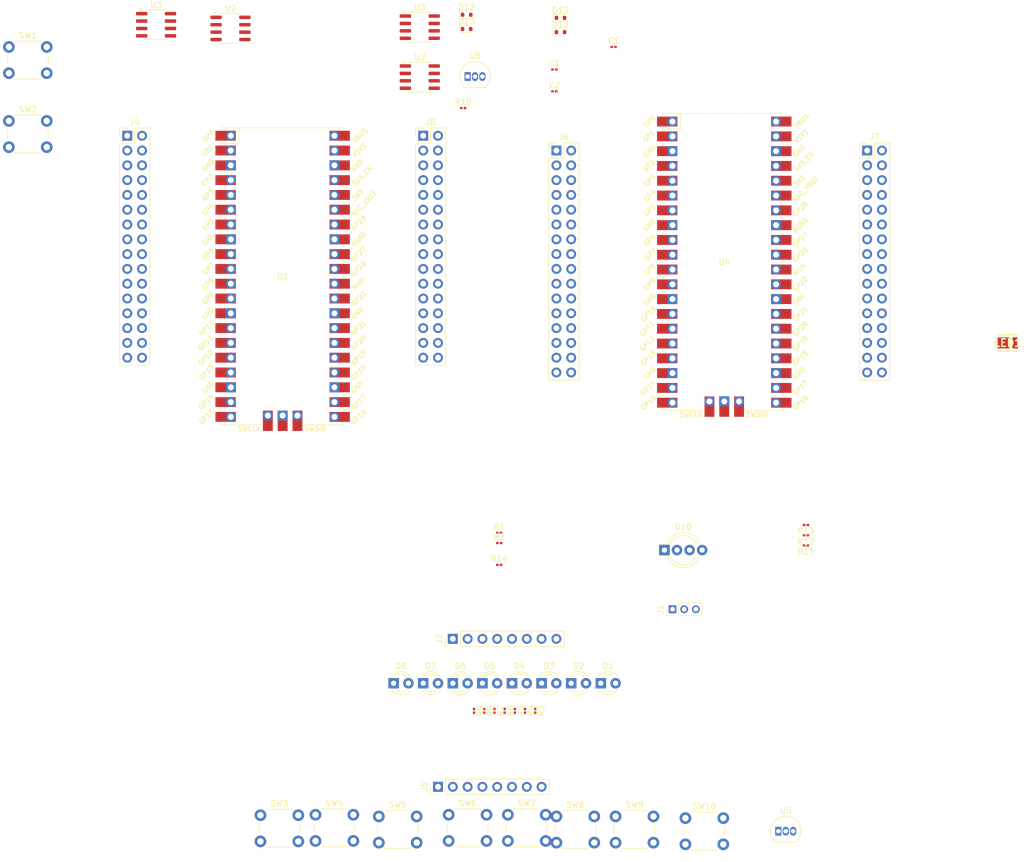
<source format=kicad_pcb>
(kicad_pcb (version 20241229) (generator "pcbnew") (generator_version "9.0")
  (layers (0 "F.Cu" signal) (2 "B.Cu" signal) (13 "F.Paste" user) (15 "B.Paste" user) (5 "F.SilkS" user "F.Silkscreen") (7 "B.SilkS" user "B.Silkscreen") (1 "F.Mask" user) (3 "B.Mask" user) (25 "Edge.Cuts" user))
  (net 0 "")
  (net 1 "/a1")
  (net 2 "/a4")
  (net 3 "/a16")
  (net 4 "/a5")
  (net 5 "/a11")
  (net 6 "/a7")
  (net 7 "/a14")
  (net 8 "/a2")
  (net 9 "/a8")
  (net 10 "/a3")
  (net 11 "/a6")
  (net 12 "/a10")
  (net 13 "/a12")
  (net 14 "/a13")
  (net 15 "/a15")
  (net 16 "/a9")
  (net 17 "/c4")
  (net 18 "/c3")
  (net 19 "/c12")
  (net 20 "/c10")
  (net 21 "/c16")
  (net 22 "/c6")
  (net 23 "/c14")
  (net 24 "/c13")
  (net 25 "/c8")
  (net 26 "/c11")
  (net 27 "/c2")
  (net 28 "/c15")
  (net 29 "/c1")
  (net 30 "/c7")
  (net 31 "/c9")
  (net 32 "/b11")
  (net 33 "/c5")
  (net 34 "/b6")
  (net 35 "GND")
  (net 36 "Net-(U1-RUN)")
  (net 37 "Net-(U4-RUN)")
  (net 38 "/b14")
  (net 39 "/b13")
  (net 40 "/b2")
  (net 41 "/b7")
  (net 42 "/b8")
  (net 43 "/b15")
  (net 44 "/b1")
  (net 45 "+3.3V")
  (net 46 "/b3")
  (net 47 "/b9")
  (net 48 "/b5")
  (net 49 "/b10")
  (net 50 "/b4")
  (net 51 "/b12")
  (net 52 "Net-(U2-SCL)")
  (net 54 "Net-(U2-SDA)")
  (net 55 "/d3")
  (net 56 "/d13")
  (net 57 "/d5")
  (net 58 "/d1")
  (net 59 "/d7")
  (net 60 "/d14")
  (net 61 "/d11")
  (net 62 "/d8")
  (net 63 "/d10")
  (net 64 "/d15")
  (net 65 "/d2")
  (net 66 "/d4")
  (net 67 "/d12")
  (net 68 "/d9")
  (net 69 "/d6")
  (net 70 "Net-(J9-Pin_1)")
  (net 71 "/SDA")
  (net 72 "Net-(U3-OSCI)")
  (net 73 "/SCL")
  (net 74 "Net-(U3-OSCO)")
  (net 75 "Net-(J9-Pin_2)")
  (net 76 "Net-(J3-Pin_2)")
  (net 77 "Net-(D1-K)")
  (net 78 "Net-(D1-A)")
  (net 79 "Net-(D2-K)")
  (net 80 "Net-(D2-A)")
  (net 81 "Net-(D3-A)")
  (net 82 "Net-(D3-K)")
  (net 83 "Net-(D4-A)")
  (net 84 "Net-(D4-K)")
  (net 85 "Net-(D5-K)")
  (net 86 "Net-(D5-A)")
  (net 87 "Net-(D6-A)")
  (net 88 "Net-(D6-K)")
  (net 89 "Net-(D7-A)")
  (net 90 "Net-(D7-K)")
  (net 91 "Net-(D8-K)")
  (net 92 "Net-(D8-A)")
  (net 93 "Net-(D10-K)")
  (net 94 "Net-(J1-Pin_3)")
  (net 95 "Net-(J1-Pin_2)")
  (net 96 "Net-(J1-Pin_1)")
  (net 97 "Net-(J5-Pin_7)")
  (net 98 "Net-(J5-Pin_6)")
  (net 99 "Net-(J5-Pin_1)")
  (net 100 "Net-(J5-Pin_2)")
  (net 101 "Net-(J5-Pin_5)")
  (net 102 "Net-(J5-Pin_4)")
  (net 103 "Net-(J5-Pin_3)")
  (net 104 "Net-(J5-Pin_8)")
  (net 105 "Net-(D12-K)")
  (net 110 "/PCF/SDA")
  (net 111 "/PCF/SCL")
  (net 112 "Net-(D9-K)")
  (net 113 "Net-(D11-K)")
  (net 114 "Net-(IC1-OSCI)")
  (net 115 "/SWDIO")
  (net 116 "/SWCLK")
  (footprint "Connector_PinHeader_2.54mm:PinHeader_1x08_P2.54mm_Vertical" (layer "F.Cu") (at 91.44 124.46 90)
    (property "Reference" "J2" (at 0 -2.33 270) (layer "F.SilkS"))
    (property "Value" "Conn_01x08")
    (pad "1" thru_hole rect (at 0 0 90) (size 1.7 1.7) (drill 1) (layers "*.Cu" "*.Mask") (net 91 "Net-(D8-K)"))
    (pad "2" thru_hole oval (at 0 2.54 90) (size 1.7 1.7) (drill 1) (layers "*.Cu" "*.Mask") (net 90 "Net-(D7-K)"))
    (pad "3" thru_hole oval (at 0 5.08 90) (size 1.7 1.7) (drill 1) (layers "*.Cu" "*.Mask") (net 88 "Net-(D6-K)"))
    (pad "4" thru_hole oval (at 0 7.62 90) (size 1.7 1.7) (drill 1) (layers "*.Cu" "*.Mask") (net 85 "Net-(D5-K)"))
    (pad "5" thru_hole oval (at 0 10.16 90) (size 1.7 1.7) (drill 1) (layers "*.Cu" "*.Mask") (net 84 "Net-(D4-K)"))
    (pad "6" thru_hole oval (at 0 12.7 90) (size 1.7 1.7) (drill 1) (layers "*.Cu" "*.Mask") (net 82 "Net-(D3-K)"))
    (pad "7" thru_hole oval (at 0 15.24 90) (size 1.7 1.7) (drill 1) (layers "*.Cu" "*.Mask") (net 79 "Net-(D2-K)"))
    (pad "8" thru_hole oval (at 0 17.78 90) (size 1.7 1.7) (drill 1) (layers "*.Cu" "*.Mask") (net 77 "Net-(D1-K)"))
  )
  (footprint "LED_THT:LED_D3.0mm_FlatTop" (layer "F.Cu") (at 96.52 132.08)
    (property "Reference" "D5" (at 1.27 -2.96 0) (layer "F.SilkS"))
    (property "Value" "red")
    (pad "1" thru_hole rect (at 0 0) (size 1.8 1.8) (drill 0.9) (layers "*.Cu" "*.Mask") (net 85 "Net-(D5-K)"))
    (pad "2" thru_hole circle (at 2.54 0) (size 1.8 1.8) (drill 0.9) (layers "*.Cu" "*.Mask") (net 86 "Net-(D5-A)"))
  )
  (footprint "Connector_PinHeader_2.00mm:PinHeader_1x03_P2.00mm_Vertical" (layer "F.Cu") (at 129.159 119.38 90)
    (property "Reference" "J1" (at 0 -2.06 270) (layer "F.SilkS"))
    (property "Value" "Conn_01x03")
    (pad "1" thru_hole rect (at 0 0 90) (size 1.35 1.35) (drill 0.8) (layers "*.Cu" "*.Mask") (net 96 "Net-(J1-Pin_1)"))
    (pad "2" thru_hole oval (at 0 2 90) (size 1.35 1.35) (drill 0.8) (layers "*.Cu" "*.Mask") (net 95 "Net-(J1-Pin_2)"))
    (pad "3" thru_hole oval (at 0 4 90) (size 1.35 1.35) (drill 0.8) (layers "*.Cu" "*.Mask") (net 94 "Net-(J1-Pin_3)"))
  )
  (footprint "Package_SO:SOIC-8_3.9x4.9mm_P1.27mm" (layer "F.Cu") (at 85.77 28.04)
    (property "Reference" "U2" (at 0 -3.4 0) (layer "F.SilkS"))
    (property "Value" "AT24CS04-SSHM")
    (pad "1" smd roundrect (at -2.475 -1.905) (size 1.95 0.6) (layers "F.Cu" "F.Mask" "F.Paste"))
    (pad "2" smd roundrect (at -2.475 -0.635) (size 1.95 0.6) (layers "F.Cu" "F.Mask" "F.Paste") (net 45 "+3.3V"))
    (pad "3" smd roundrect (at -2.475 0.635) (size 1.95 0.6) (layers "F.Cu" "F.Mask" "F.Paste") (net 35 "GND"))
    (pad "4" smd roundrect (at -2.475 1.905) (size 1.95 0.6) (layers "F.Cu" "F.Mask" "F.Paste") (net 35 "GND"))
    (pad "5" smd roundrect (at 2.475 1.905) (size 1.95 0.6) (layers "F.Cu" "F.Mask" "F.Paste") (net 54 "Net-(U2-SDA)"))
    (pad "6" smd roundrect (at 2.475 0.635) (size 1.95 0.6) (layers "F.Cu" "F.Mask" "F.Paste") (net 52 "Net-(U2-SCL)"))
    (pad "7" smd roundrect (at 2.475 -0.635) (size 1.95 0.6) (layers "F.Cu" "F.Mask" "F.Paste") (net 35 "GND"))
    (pad "8" smd roundrect (at 2.475 -1.905) (size 1.95 0.6) (layers "F.Cu" "F.Mask" "F.Paste") (net 45 "+3.3V"))
  )
  (footprint "LED_THT:LED_D3.0mm_FlatTop" (layer "F.Cu") (at 86.36 132.08)
    (property "Reference" "D7" (at 1.27 -2.96 0) (layer "F.SilkS"))
    (property "Value" "red")
    (pad "1" thru_hole rect (at 0 0) (size 1.8 1.8) (drill 0.9) (layers "*.Cu" "*.Mask") (net 90 "Net-(D7-K)"))
    (pad "2" thru_hole circle (at 2.54 0) (size 1.8 1.8) (drill 0.9) (layers "*.Cu" "*.Mask") (net 89 "Net-(D7-A)"))
  )
  (footprint "Resistor_SMD:R_0201_0603Metric" (layer "F.Cu") (at 96.84 136.815 -90)
    (property "Reference" "R8" (at 0 -1.05 90) (layer "F.SilkS"))
    (property "Value" "122")
    (pad "1" smd roundrect (at -0.32 0 270) (size 0.46 0.4) (layers "F.Cu" "F.Mask") (net 45 "+3.3V"))
    (pad "2" smd roundrect (at 0.32 0 270) (size 0.46 0.4) (layers "F.Cu" "F.Mask") (net 87 "Net-(D6-A)"))
  )
  (footprint "Connector_PinHeader_2.54mm:PinHeader_2x16_P2.54mm_Vertical" (layer "F.Cu") (at 162.56 40.64)
    (property "Reference" "J7" (at 1.27 -2.33 0) (layer "F.SilkS"))
    (property "Value" "Conn_02x16_Odd_Even")
    (pad "1" thru_hole rect (at 0 0) (size 1.7 1.7) (drill 1) (layers "*.Cu" "*.Mask") (net 44 "/b1"))
    (pad "2" thru_hole oval (at 2.54 0) (size 1.7 1.7) (drill 1) (layers "*.Cu" "*.Mask") (net 44 "/b1"))
    (pad "3" thru_hole oval (at 0 2.54) (size 1.7 1.7) (drill 1) (layers "*.Cu" "*.Mask") (net 40 "/b2"))
    (pad "4" thru_hole oval (at 2.54 2.54) (size 1.7 1.7) (drill 1) (layers "*.Cu" "*.Mask") (net 40 "/b2"))
    (pad "5" thru_hole oval (at 0 5.08) (size 1.7 1.7) (drill 1) (layers "*.Cu" "*.Mask") (net 46 "/b3"))
    (pad "6" thru_hole oval (at 2.54 5.08) (size 1.7 1.7) (drill 1) (layers "*.Cu" "*.Mask") (net 46 "/b3"))
    (pad "7" thru_hole oval (at 0 7.62) (size 1.7 1.7) (drill 1) (layers "*.Cu" "*.Mask") (net 50 "/b4"))
    (pad "8" thru_hole oval (at 2.54 7.62) (size 1.7 1.7) (drill 1) (layers "*.Cu" "*.Mask") (net 50 "/b4"))
    (pad "9" thru_hole oval (at 0 10.16) (size 1.7 1.7) (drill 1) (layers "*.Cu" "*.Mask") (net 48 "/b5"))
    (pad "10" thru_hole oval (at 2.54 10.16) (size 1.7 1.7) (drill 1) (layers "*.Cu" "*.Mask") (net 48 "/b5"))
    (pad "11" thru_hole oval (at 0 12.7) (size 1.7 1.7) (drill 1) (layers "*.Cu" "*.Mask") (net 34 "/b6"))
    (pad "12" thru_hole oval (at 2.54 12.7) (size 1.7 1.7) (drill 1) (layers "*.Cu" "*.Mask") (net 34 "/b6"))
    (pad "13" thru_hole oval (at 0 15.24) (size 1.7 1.7) (drill 1) (layers "*.Cu" "*.Mask") (net 41 "/b7"))
    (pad "14" thru_hole oval (at 2.54 15.24) (size 1.7 1.7) (drill 1) (layers "*.Cu" "*.Mask") (net 41 "/b7"))
    (pad "15" thru_hole oval (at 0 17.78) (size 1.7 1.7) (drill 1) (layers "*.Cu" "*.Mask") (net 42 "/b8"))
    (pad "16" thru_hole oval (at 2.54 17.78) (size 1.7 1.7) (drill 1) (layers "*.Cu" "*.Mask") (net 42 "/b8"))
    (pad "17" thru_hole oval (at 0 20.32) (size 1.7 1.7) (drill 1) (layers "*.Cu" "*.Mask") (net 41 "/b7"))
    (pad "18" thru_hole oval (at 2.54 20.32) (size 1.7 1.7) (drill 1) (layers "*.Cu" "*.Mask") (net 47 "/b9"))
    (pad "19" thru_hole oval (at 0 22.86) (size 1.7 1.7) (drill 1) (layers "*.Cu" "*.Mask") (net 49 "/b10"))
    (pad "20" thru_hole oval (at 2.54 22.86) (size 1.7 1.7) (drill 1) (layers "*.Cu" "*.Mask") (net 49 "/b10"))
    (pad "21" thru_hole oval (at 0 25.4) (size 1.7 1.7) (drill 1) (layers "*.Cu" "*.Mask") (net 32 "/b11"))
    (pad "22" thru_hole oval (at 2.54 25.4) (size 1.7 1.7) (drill 1) (layers "*.Cu" "*.Mask") (net 32 "/b11"))
    (pad "23" thru_hole oval (at 0 27.94) (size 1.7 1.7) (drill 1) (layers "*.Cu" "*.Mask") (net 51 "/b12"))
    (pad "24" thru_hole oval (at 2.54 27.94) (size 1.7 1.7) (drill 1) (layers "*.Cu" "*.Mask") (net 51 "/b12"))
    (pad "25" thru_hole oval (at 0 30.48) (size 1.7 1.7) (drill 1) (layers "*.Cu" "*.Mask") (net 39 "/b13"))
    (pad "26" thru_hole oval (at 2.54 30.48) (size 1.7 1.7) (drill 1) (layers "*.Cu" "*.Mask") (net 39 "/b13"))
    (pad "27" thru_hole oval (at 0 33.02) (size 1.7 1.7) (drill 1) (layers "*.Cu" "*.Mask") (net 38 "/b14"))
    (pad "28" thru_hole oval (at 2.54 33.02) (size 1.7 1.7) (drill 1) (layers "*.Cu" "*.Mask") (net 38 "/b14"))
    (pad "29" thru_hole oval (at 0 35.56) (size 1.7 1.7) (drill 1) (layers "*.Cu" "*.Mask") (net 43 "/b15"))
    (pad "30" thru_hole oval (at 2.54 35.56) (size 1.7 1.7) (drill 1) (layers "*.Cu" "*.Mask") (net 43 "/b15"))
    (pad "31" thru_hole oval (at 0 38.1) (size 1.7 1.7) (drill 1) (layers "*.Cu" "*.Mask") (net 35 "GND"))
    (pad "32" thru_hole oval (at 2.54 38.1) (size 1.7 1.7) (drill 1) (layers "*.Cu" "*.Mask") (net 35 "GND"))
  )
  (footprint "Package_TO_SOT_THT:TO-92_Inline" (layer "F.Cu") (at 147.32 157.48)
    (property "Reference" "U5" (at 1.27 -3.56 0) (layer "F.SilkS"))
    (property "Value" "DS18B20")
    (pad "1" thru_hole rect (at 0 0) (size 1.05 1.5) (drill 0.75) (layers "*.Cu" "*.Mask") (net 35 "GND"))
    (pad "2" thru_hole oval (at 1.27 0) (size 1.05 1.5) (drill 0.75) (layers "*.Cu" "*.Mask") (net 76 "Net-(J3-Pin_2)"))
    (pad "3" thru_hole oval (at 2.54 0) (size 1.05 1.5) (drill 0.75) (layers "*.Cu" "*.Mask") (net 45 "+3.3V"))
  )
  (footprint "Button_Switch_THT:SW_PUSH_6mm" (layer "F.Cu") (at 58.42 154.73)
    (property "Reference" "SW3" (at 3.25 -2 0) (layer "F.SilkS"))
    (property "Value" "~")
    (pad "1" thru_hole circle (at 0 0 90) (size 2 2) (drill 1.1) (layers "*.Cu" "*.Mask") (net 35 "GND"))
    (pad "1" thru_hole circle (at 6.5 0 90) (size 2 2) (drill 1.1) (layers "*.Cu" "*.Mask") (net 35 "GND"))
    (pad "2" thru_hole circle (at 0 4.5 90) (size 2 2) (drill 1.1) (layers "*.Cu" "*.Mask") (net 99 "Net-(J5-Pin_1)"))
    (pad "2" thru_hole circle (at 6.5 4.5 90) (size 2 2) (drill 1.1) (layers "*.Cu" "*.Mask") (net 99 "Net-(J5-Pin_1)"))
  )
  (footprint "Button_Switch_THT:SW_PUSH_6mm" (layer "F.Cu") (at 67.87 154.65)
    (property "Reference" "SW4" (at 3.25 -2 0) (layer "F.SilkS"))
    (property "Value" "~")
    (pad "1" thru_hole circle (at 0 0 90) (size 2 2) (drill 1.1) (layers "*.Cu" "*.Mask") (net 35 "GND"))
    (pad "1" thru_hole circle (at 6.5 0 90) (size 2 2) (drill 1.1) (layers "*.Cu" "*.Mask") (net 35 "GND"))
    (pad "2" thru_hole circle (at 0 4.5 90) (size 2 2) (drill 1.1) (layers "*.Cu" "*.Mask") (net 100 "Net-(J5-Pin_2)"))
    (pad "2" thru_hole circle (at 6.5 4.5 90) (size 2 2) (drill 1.1) (layers "*.Cu" "*.Mask") (net 100 "Net-(J5-Pin_2)"))
  )
  (footprint "Resistor_SMD:R_0201_0603Metric" (layer "F.Cu") (at 95.09 136.815 -90)
    (property "Reference" "R9" (at 0 -1.05 90) (layer "F.SilkS"))
    (property "Value" "221")
    (pad "1" smd roundrect (at -0.32 0 270) (size 0.46 0.4) (layers "F.Cu" "F.Mask") (net 45 "+3.3V"))
    (pad "2" smd roundrect (at 0.32 0 270) (size 0.46 0.4) (layers "F.Cu" "F.Mask") (net 89 "Net-(D7-A)"))
  )
  (footprint "Package_SO:SOIC-8_3.9x4.9mm_P1.27mm" (layer "F.Cu") (at 53.275 19.685)
    (property "Reference" "U2" (at 0 -3.4 0) (layer "F.SilkS"))
    (property "Value" "AT24CS04-SSHM")
    (pad "1" smd roundrect (at -2.475 -1.905) (size 1.95 0.6) (layers "F.Cu" "F.Mask" "F.Paste"))
    (pad "2" smd roundrect (at -2.475 -0.635) (size 1.95 0.6) (layers "F.Cu" "F.Mask" "F.Paste") (net 45 "+3.3V"))
    (pad "3" smd roundrect (at -2.475 0.635) (size 1.95 0.6) (layers "F.Cu" "F.Mask" "F.Paste") (net 35 "GND"))
    (pad "4" smd roundrect (at -2.475 1.905) (size 1.95 0.6) (layers "F.Cu" "F.Mask" "F.Paste") (net 35 "GND"))
    (pad "5" smd roundrect (at 2.475 1.905) (size 1.95 0.6) (layers "F.Cu" "F.Mask" "F.Paste") (net 54 "Net-(U2-SDA)"))
    (pad "6" smd roundrect (at 2.475 0.635) (size 1.95 0.6) (layers "F.Cu" "F.Mask" "F.Paste") (net 52 "Net-(U2-SCL)"))
    (pad "7" smd roundrect (at 2.475 -0.635) (size 1.95 0.6) (layers "F.Cu" "F.Mask" "F.Paste") (net 35 "GND"))
    (pad "8" smd roundrect (at 2.475 -1.905) (size 1.95 0.6) (layers "F.Cu" "F.Mask" "F.Paste") (net 45 "+3.3V"))
  )
  (footprint "Resistor_SMD:R_0201_0603Metric" (layer "F.Cu") (at 152.055 104.93 180)
    (property "Reference" "R13" (at 0 -1.05 180) (layer "F.SilkS"))
    (property "Value" "221")
    (pad "1" smd roundrect (at -0.32 0 180) (size 0.46 0.4) (layers "F.Cu" "F.Mask") (net 113 "Net-(D11-K)"))
    (pad "2" smd roundrect (at 0.32 0 180) (size 0.46 0.4) (layers "F.Cu" "F.Mask") (net 96 "Net-(J1-Pin_1)"))
  )
  (footprint "Resistor_SMD:R_0201_0603Metric" (layer "F.Cu") (at 93.22 33.35)
    (property "Reference" "R10" (at 0 -1.05 0) (layer "F.SilkS"))
    (property "Value" "122")
    (pad "1" smd roundrect (at -0.32 0) (size 0.46 0.4) (layers "F.Cu" "F.Mask") (net 45 "+3.3V"))
    (pad "2" smd roundrect (at 0.32 0) (size 0.46 0.4) (layers "F.Cu" "F.Mask") (net 92 "Net-(D8-A)"))
  )
  (footprint "Connector_PinHeader_2.54mm:PinHeader_2x16_P2.54mm_Vertical" (layer "F.Cu") (at 86.36 38.1)
    (property "Reference" "J8" (at 1.27 -2.33 0) (layer "F.SilkS"))
    (property "Value" "Conn_02x16_Odd_Even")
    (pad "1" thru_hole rect (at 0 0) (size 1.7 1.7) (drill 1) (layers "*.Cu" "*.Mask") (net 58 "/d1"))
    (pad "2" thru_hole oval (at 2.54 0) (size 1.7 1.7) (drill 1) (layers "*.Cu" "*.Mask") (net 58 "/d1"))
    (pad "3" thru_hole oval (at 0 2.54) (size 1.7 1.7) (drill 1) (layers "*.Cu" "*.Mask") (net 65 "/d2"))
    (pad "4" thru_hole oval (at 2.54 2.54) (size 1.7 1.7) (drill 1) (layers "*.Cu" "*.Mask") (net 65 "/d2"))
    (pad "5" thru_hole oval (at 0 5.08) (size 1.7 1.7) (drill 1) (layers "*.Cu" "*.Mask") (net 55 "/d3"))
    (pad "6" thru_hole oval (at 2.54 5.08) (size 1.7 1.7) (drill 1) (layers "*.Cu" "*.Mask") (net 55 "/d3"))
    (pad "7" thru_hole oval (at 0 7.62) (size 1.7 1.7) (drill 1) (layers "*.Cu" "*.Mask") (net 66 "/d4"))
    (pad "8" thru_hole oval (at 2.54 7.62) (size 1.7 1.7) (drill 1) (layers "*.Cu" "*.Mask") (net 66 "/d4"))
    (pad "9" thru_hole oval (at 0 10.16) (size 1.7 1.7) (drill 1) (layers "*.Cu" "*.Mask") (net 57 "/d5"))
    (pad "10" thru_hole oval (at 2.54 10.16) (size 1.7 1.7) (drill 1) (layers "*.Cu" "*.Mask") (net 57 "/d5"))
    (pad "11" thru_hole oval (at 0 12.7) (size 1.7 1.7) (drill 1) (layers "*.Cu" "*.Mask") (net 69 "/d6"))
    (pad "12" thru_hole oval (at 2.54 12.7) (size 1.7 1.7) (drill 1) (layers "*.Cu" "*.Mask") (net 69 "/d6"))
    (pad "13" thru_hole oval (at 0 15.24) (size 1.7 1.7) (drill 1) (layers "*.Cu" "*.Mask") (net 59 "/d7"))
    (pad "14" thru_hole oval (at 2.54 15.24) (size 1.7 1.7) (drill 1) (layers "*.Cu" "*.Mask") (net 59 "/d7"))
    (pad "15" thru_hole oval (at 0 17.78) (size 1.7 1.7) (drill 1) (layers "*.Cu" "*.Mask") (net 62 "/d8"))
    (pad "16" thru_hole oval (at 2.54 17.78) (size 1.7 1.7) (drill 1) (layers "*.Cu" "*.Mask") (net 62 "/d8"))
    (pad "17" thru_hole oval (at 0 20.32) (size 1.7 1.7) (drill 1) (layers "*.Cu" "*.Mask") (net 68 "/d9"))
    (pad "18" thru_hole oval (at 2.54 20.32) (size 1.7 1.7) (drill 1) (layers "*.Cu" "*.Mask") (net 68 "/d9"))
    (pad "19" thru_hole oval (at 0 22.86) (size 1.7 1.7) (drill 1) (layers "*.Cu" "*.Mask") (net 63 "/d10"))
    (pad "20" thru_hole oval (at 2.54 22.86) (size 1.7 1.7) (drill 1) (layers "*.Cu" "*.Mask") (net 63 "/d10"))
    (pad "21" thru_hole oval (at 0 25.4) (size 1.7 1.7) (drill 1) (layers "*.Cu" "*.Mask") (net 61 "/d11"))
    (pad "22" thru_hole oval (at 2.54 25.4) (size 1.7 1.7) (drill 1) (layers "*.Cu" "*.Mask") (net 61 "/d11"))
    (pad "23" thru_hole oval (at 0 27.94) (size 1.7 1.7) (drill 1) (layers "*.Cu" "*.Mask") (net 67 "/d12"))
    (pad "24" thru_hole oval (at 2.54 27.94) (size 1.7 1.7) (drill 1) (layers "*.Cu" "*.Mask") (net 67 "/d12"))
    (pad "25" thru_hole oval (at 0 30.48) (size 1.7 1.7) (drill 1) (layers "*.Cu" "*.Mask") (net 56 "/d13"))
    (pad "26" thru_hole oval (at 2.54 30.48) (size 1.7 1.7) (drill 1) (layers "*.Cu" "*.Mask") (net 56 "/d13"))
    (pad "27" thru_hole oval (at 0 33.02) (size 1.7 1.7) (drill 1) (layers "*.Cu" "*.Mask") (net 60 "/d14"))
    (pad "28" thru_hole oval (at 2.54 33.02) (size 1.7 1.7) (drill 1) (layers "*.Cu" "*.Mask") (net 60 "/d14"))
    (pad "29" thru_hole oval (at 0 35.56) (size 1.7 1.7) (drill 1) (layers "*.Cu" "*.Mask") (net 64 "/d15"))
    (pad "30" thru_hole oval (at 2.54 35.56) (size 1.7 1.7) (drill 1) (layers "*.Cu" "*.Mask") (net 64 "/d15"))
    (pad "31" thru_hole oval (at 0 38.1) (size 1.7 1.7) (drill 1) (layers "*.Cu" "*.Mask") (net 35 "GND"))
    (pad "32" thru_hole oval (at 2.54 38.1) (size 1.7 1.7) (drill 1) (layers "*.Cu" "*.Mask") (net 35 "GND"))
  )
  (footprint "LED_THT:LED_D3.0mm_FlatTop" (layer "F.Cu") (at 101.6 132.08)
    (property "Reference" "D4" (at 1.27 -2.96 0) (layer "F.SilkS"))
    (property "Value" "green")
    (pad "1" thru_hole rect (at 0 0) (size 1.8 1.8) (drill 0.9) (layers "*.Cu" "*.Mask") (net 84 "Net-(D4-K)"))
    (pad "2" thru_hole circle (at 2.54 0) (size 1.8 1.8) (drill 0.9) (layers "*.Cu" "*.Mask") (net 83 "Net-(D4-A)"))
  )
  (footprint "Resistor_SMD:R_0201_0603Metric" (layer "F.Cu") (at 152.055 106.68 180)
    (property "Reference" "R12" (at 0 -1.05 180) (layer "F.SilkS"))
    (property "Value" "221")
    (pad "1" smd roundrect (at -0.32 0 180) (size 0.46 0.4) (layers "F.Cu" "F.Mask") (net 93 "Net-(D10-K)"))
    (pad "2" smd roundrect (at 0.32 0 180) (size 0.46 0.4) (layers "F.Cu" "F.Mask") (net 95 "Net-(J1-Pin_2)"))
  )
  (footprint "Resistor_SMD:R_0201_0603Metric" (layer "F.Cu") (at 103.84 136.815 -90)
    (property "Reference" "R4" (at 0 -1.05 90) (layer "F.SilkS"))
    (property "Value" "122")
    (pad "1" smd roundrect (at -0.32 0 270) (size 0.46 0.4) (layers "F.Cu" "F.Mask") (net 45 "+3.3V"))
    (pad "2" smd roundrect (at 0.32 0 270) (size 0.46 0.4) (layers "F.Cu" "F.Mask") (net 80 "Net-(D2-A)"))
  )
  (footprint "LED_THT:LED_D5.0mm-4_RGB_Wide_Pins" (layer "F.Cu") (at 127.762 109.22)
    (property "Reference" "D10" (at 3.2385 -3.96 0) (layer "F.SilkS"))
    (property "Value" "LED")
    (pad "1" thru_hole rect (at 0 0) (size 1.8 1.8) (drill 0.9) (layers "*.Cu" "*.Mask") (net 93 "Net-(D10-K)"))
    (pad "2" thru_hole circle (at 2.159 0) (size 1.8 1.8) (drill 0.9) (layers "*.Cu" "*.Mask") (net 45 "+3.3V"))
    (pad "3" thru_hole circle (at 4.318 0) (size 1.8 1.8) (drill 0.9) (layers "*.Cu" "*.Mask"))
    (pad "4" thru_hole circle (at 6.477 0) (size 1.8 1.8) (drill 0.9) (layers "*.Cu" "*.Mask"))
  )
  (footprint "Resistor_SMD:R_0201_0603Metric" (layer "F.Cu") (at 105.59 136.815 -90)
    (property "Reference" "R3" (at 0 -1.05 90) (layer "F.SilkS"))
    (property "Value" "221")
    (pad "1" smd roundrect (at -0.32 0 270) (size 0.46 0.4) (layers "F.Cu" "F.Mask") (net 45 "+3.3V"))
    (pad "2" smd roundrect (at 0.32 0 270) (size 0.46 0.4) (layers "F.Cu" "F.Mask") (net 78 "Net-(D1-A)"))
  )
  (footprint "Diode_SMD:D_SOD-523" (layer "F.Cu") (at 109.92 20.32)
    (property "Reference" "D13" (at 0 -1.3 0) (layer "F.SilkS"))
    (property "Value" "1N4148WT")
    (pad "1" smd roundrect (at -0.7 0 180) (size 0.6 0.7) (layers "F.Cu" "F.Mask" "F.Paste") (net 105 "Net-(D12-K)"))
    (pad "2" smd roundrect (at 0.7 0 180) (size 0.6 0.7) (layers "F.Cu" "F.Mask" "F.Paste"))
  )
  (footprint "RPi_Pico:RPi_Pico_SMD_TH" (layer "F.Cu") (at 138.035 59.795)
    (property "Reference" "U4" (at 0 0 0) (layer "F.SilkS"))
    (property "Value" "Pico")
    (fp_text user "GP17" (at 13.054 21.59 45) (layer "F.SilkS") (effects (font (size 0.8 0.8))))
    (fp_text user "SWDIO" (at 5.6 26.2 0) (layer "F.SilkS") (effects (font (size 0.8 0.8))))
    (fp_text user "GP8" (at -12.8 1.27 45) (layer "F.SilkS") (effects (font (size 0.8 0.8))))
    (fp_text user "GP13" (at -13.054 16.51 45) (layer "F.SilkS") (effects (font (size 0.8 0.8))))
    (fp_text user "GND" (at -12.8 -6.35 45) (layer "F.SilkS") (effects (font (size 0.8 0.8))))
    (fp_text user "GP22" (at 13.054 3.81 45) (layer "F.SilkS") (effects (font (size 0.8 0.8))))
    (fp_text user "GP7" (at -12.7 -1.3 45) (layer "F.SilkS") (effects (font (size 0.8 0.8))))
    (fp_text user "GP20" (at 13.054 11.43 45) (layer "F.SilkS") (effects (font (size 0.8 0.8))))
    (fp_text user "GP0" (at -12.8 -24.13 45) (layer "F.SilkS") (effects (font (size 0.8 0.8))))
    (fp_text user "GP21" (at 13.054 8.9 45) (layer "F.SilkS") (effects (font (size 0.8 0.8))))
    (fp_text user "ADC_VREF" (at 14 -12.5 45) (layer "F.SilkS") (effects (font (size 0.8 0.8))))
    (fp_text user "GP12" (at -13.2 13.97 45) (layer "F.SilkS") (effects (font (size 0.8 0.8))))
    (fp_text user "AGND" (at 13.054 -6.35 45) (layer "F.SilkS") (effects (font (size 0.8 0.8))))
    (fp_text user "GP18" (at 13.054 16.51 45) (layer "F.SilkS") (effects (font (size 0.8 0.8))))
    (fp_text user "GP19" (at 13.054 13.97 45) (layer "F.SilkS") (effects (font (size 0.8 0.8))))
    (fp_text user "3V3" (at 12.9 -13.9 45) (layer "F.SilkS") (effects (font (size 0.8 0.8))))
    (fp_text user "GND" (at -12.8 19.05 45) (layer "F.SilkS") (effects (font (size 0.8 0.8))))
    (fp_text user "GP11" (at -13.2 11.43 45) (layer "F.SilkS") (effects (font (size 0.8 0.8))))
    (fp_text user "SWCLK" (at -5.7 26.2 0) (layer "F.SilkS") (effects (font (size 0.8 0.8))))
    (fp_text user "GP6" (at -12.8 -3.81 45) (layer "F.SilkS") (effects (font (size 0.8 0.8))))
    (fp_text user "GP16" (at 13.054 24.13 45) (layer "F.SilkS") (effects (font (size 0.8 0.8))))
    (fp_text user "VBUS" (at 13.3 -24.2 45) (layer "F.SilkS") (effects (font (size 0.8 0.8))))
    (fp_text user "GP28" (at 13.054 -9.144 45) (layer "F.SilkS") (effects (font (size 0.8 0.8))))
    (fp_text user "3V3_EN" (at 13.7 -17.2 45) (layer "F.SilkS") (effects (font (size 0.8 0.8))))
    (fp_text user "GP15" (at -13.054 24.13 45) (layer "F.SilkS") (effects (font (size 0.8 0.8))))
    (fp_text user "GND" (at 12.8 6.35 45) (layer "F.SilkS") (effects (font (size 0.8 0.8))))
    (fp_text user "RUN" (at 13 1.27 45) (layer "F.SilkS") (effects (font (size 0.8 0.8))))
    (fp_text user "GND" (at 12.8 -19.05 45) (layer "F.SilkS") (effects (font (size 0.8 0.8))))
    (fp_text user "GND" (at -12.8 -19.05 45) (layer "F.SilkS") (effects (font (size 0.8 0.8))))
    (fp_text user "GP26" (at 13.054 -1.27 45) (layer "F.SilkS") (effects (font (size 0.8 0.8))))
    (fp_text user "GP1" (at -12.9 -21.6 45) (layer "F.SilkS") (effects (font (size 0.8 0.8))))
    (fp_text user "GP14" (at -13.1 21.59 45) (layer "F.SilkS") (effects (font (size 0.8 0.8))))
    (fp_text user "GND" (at -12.8 6.35 45) (layer "F.SilkS") (effects (font (size 0.8 0.8))))
    (fp_text user "GP4" (at -12.8 -11.43 45) (layer "F.SilkS") (effects (font (size 0.8 0.8))))
    (fp_text user "GP10" (at -13.054 8.89 45) (layer "F.SilkS") (effects (font (size 0.8 0.8))))
    (fp_text user "VSYS" (at 13.2 -21.59 45) (layer "F.SilkS") (effects (font (size 0.8 0.8))))
    (fp_text user "GP27" (at 13.054 -3.8 45) (layer "F.SilkS") (effects (font (size 0.8 0.8))))
    (fp_text user "GP2" (at -12.9 -16.51 45) (layer "F.SilkS") (effects (font (size 0.8 0.8))))
    (fp_text user "GP5" (at -12.8 -8.89 45) (layer "F.SilkS") (effects (font (size 0.8 0.8))))
    (fp_text user "GP3" (at -12.8 -13.97 45) (layer "F.SilkS") (effects (font (size 0.8 0.8))))
    (fp_text user "GP9" (at -12.8 3.81 45) (layer "F.SilkS") (effects (font (size 0.8 0.8))))
    (fp_text user "GND" (at 12.8 19.05 45) (layer "F.SilkS") (effects (font (size 0.8 0.8))))
    (pad "" np_thru_hole oval (at -2.725 -24) (size 1.8 1.8) (drill 1.8) (layers "*.Cu" "*.Mask"))
    (pad "" np_thru_hole oval (at -2.425 -20.97) (size 1.5 1.5) (drill 1.5) (layers "*.Cu" "*.Mask"))
    (pad "" np_thru_hole oval (at 2.425 -20.97) (size 1.5 1.5) (drill 1.5) (layers "*.Cu" "*.Mask"))
    (pad "" np_thru_hole oval (at 2.725 -24) (size 1.8 1.8) (drill 1.8) (layers "*.Cu" "*.Mask"))
    (pad "1" thru_hole oval (at -8.89 -24.13) (size 1.7 1.7) (drill 1.02) (layers "*.Cu" "*.Mask") (net 1 "/a1"))
    (pad "1" smd rect (at -8.89 -24.13) (size 3.5 1.7) (drill (offset -0.9 0)) (layers "F.Cu" "F.Mask") (net 1 "/a1"))
    (pad "2" thru_hole oval (at -8.89 -21.59) (size 1.7 1.7) (drill 1.02) (layers "*.Cu" "*.Mask") (net 8 "/a2"))
    (pad "2" smd rect (at -8.89 -21.59) (size 3.5 1.7) (drill (offset -0.9 0)) (layers "F.Cu" "F.Mask") (net 8 "/a2"))
    (pad "3" thru_hole rect (at -8.89 -19.05) (size 1.7 1.7) (drill 1.02) (layers "*.Cu" "*.Mask") (net 35 "GND"))
    (pad "3" smd rect (at -8.89 -19.05) (size 3.5 1.7) (drill (offset -0.9 0)) (layers "F.Cu" "F.Mask") (net 35 "GND"))
    (pad "4" thru_hole oval (at -8.89 -16.51) (size 1.7 1.7) (drill 1.02) (layers "*.Cu" "*.Mask") (net 10 "/a3"))
    (pad "4" smd rect (at -8.89 -16.51) (size 3.5 1.7) (drill (offset -0.9 0)) (layers "F.Cu" "F.Mask") (net 10 "/a3"))
    (pad "5" thru_hole oval (at -8.89 -13.97) (size 1.7 1.7) (drill 1.02) (layers "*.Cu" "*.Mask") (net 2 "/a4"))
    (pad "5" smd rect (at -8.89 -13.97) (size 3.5 1.7) (drill (offset -0.9 0)) (layers "F.Cu" "F.Mask") (net 2 "/a4"))
    (pad "6" thru_hole oval (at -8.89 -11.43) (size 1.7 1.7) (drill 1.02) (layers "*.Cu" "*.Mask") (net 4 "/a5"))
    (pad "6" smd rect (at -8.89 -11.43) (size 3.5 1.7) (drill (offset -0.9 0)) (layers "F.Cu" "F.Mask") (net 4 "/a5"))
    (pad "7" thru_hole oval (at -8.89 -8.89) (size 1.7 1.7) (drill 1.02) (layers "*.Cu" "*.Mask") (net 11 "/a6"))
    (pad "7" smd rect (at -8.89 -8.89) (size 3.5 1.7) (drill (offset -0.9 0)) (layers "F.Cu" "F.Mask") (net 11 "/a6"))
    (pad "8" thru_hole rect (at -8.89 -6.35) (size 1.7 1.7) (drill 1.02) (layers "*.Cu" "*.Mask") (net 35 "GND"))
    (pad "8" smd rect (at -8.89 -6.35) (size 3.5 1.7) (drill (offset -0.9 0)) (layers "F.Cu" "F.Mask") (net 35 "GND"))
    (pad "9" thru_hole oval (at -8.89 -3.81) (size 1.7 1.7) (drill 1.02) (layers "*.Cu" "*.Mask") (net 6 "/a7"))
    (pad "9" smd rect (at -8.89 -3.81) (size 3.5 1.7) (drill (offset -0.9 0)) (layers "F.Cu" "F.Mask") (net 6 "/a7"))
    (pad "10" thru_hole oval (at -8.89 -1.27) (size 1.7 1.7) (drill 1.02) (layers "*.Cu" "*.Mask") (net 9 "/a8"))
    (pad "10" smd rect (at -8.89 -1.27) (size 3.5 1.7) (drill (offset -0.9 0)) (layers "F.Cu" "F.Mask") (net 9 "/a8"))
    (pad "11" thru_hole oval (at -8.89 1.27) (size 1.7 1.7) (drill 1.02) (layers "*.Cu" "*.Mask") (net 16 "/a9"))
    (pad "11" smd rect (at -8.89 1.27) (size 3.5 1.7) (drill (offset -0.9 0)) (layers "F.Cu" "F.Mask") (net 16 "/a9"))
    (pad "12" thru_hole oval (at -8.89 3.81) (size 1.7 1.7) (drill 1.02) (layers "*.Cu" "*.Mask") (net 12 "/a10"))
    (pad "12" smd rect (at -8.89 3.81) (size 3.5 1.7) (drill (offset -0.9 0)) (layers "F.Cu" "F.Mask") (net 12 "/a10"))
    (pad "13" thru_hole rect (at -8.89 6.35) (size 1.7 1.7) (drill 1.02) (layers "*.Cu" "*.Mask") (net 35 "GND"))
    (pad "13" smd rect (at -8.89 6.35) (size 3.5 1.7) (drill (offset -0.9 0)) (layers "F.Cu" "F.Mask") (net 35 "GND"))
    (pad "14" thru_hole oval (at -8.89 8.89) (size 1.7 1.7) (drill 1.02) (layers "*.Cu" "*.Mask") (net 5 "/a11"))
    (pad "14" smd rect (at -8.89 8.89) (size 3.5 1.7) (drill (offset -0.9 0)) (layers "F.Cu" "F.Mask") (net 5 "/a11"))
    (pad "15" thru_hole oval (at -8.89 11.43) (size 1.7 1.7) (drill 1.02) (layers "*.Cu" "*.Mask") (net 13 "/a12"))
    (pad "15" smd rect (at -8.89 11.43) (size 3.5 1.7) (drill (offset -0.9 0)) (layers "F.Cu" "F.Mask") (net 13 "/a12"))
    (pad "16" thru_hole oval (at -8.89 13.97) (size 1.7 1.7) (drill 1.02) (layers "*.Cu" "*.Mask") (net 14 "/a13"))
    (pad "16" smd rect (at -8.89 13.97) (size 3.5 1.7) (drill (offset -0.9 0)) (layers "F.Cu" "F.Mask") (net 14 "/a13"))
    (pad "17" thru_hole oval (at -8.89 16.51) (size 1.7 1.7) (drill 1.02) (layers "*.Cu" "*.Mask") (net 7 "/a14"))
    (pad "17" smd rect (at -8.89 16.51) (size 3.5 1.7) (drill (offset -0.9 0)) (layers "F.Cu" "F.Mask") (net 7 "/a14"))
    (pad "18" thru_hole rect (at -8.89 19.05) (size 1.7 1.7) (drill 1.02) (layers "*.Cu" "*.Mask") (net 35 "GND"))
    (pad "18" smd rect (at -8.89 19.05) (size 3.5 1.7) (drill (offset -0.9 0)) (layers "F.Cu" "F.Mask") (net 35 "GND"))
    (pad "19" thru_hole oval (at -8.89 21.59) (size 1.7 1.7) (drill 1.02) (layers "*.Cu" "*.Mask") (net 15 "/a15"))
    (pad "19" smd rect (at -8.89 21.59) (size 3.5 1.7) (drill (offset -0.9 0)) (layers "F.Cu" "F.Mask") (net 15 "/a15"))
    (pad "20" thru_hole oval (at -8.89 24.13) (size 1.7 1.7) (drill 1.02) (layers "*.Cu" "*.Mask") (net 3 "/a16"))
    (pad "20" smd rect (at -8.89 24.13) (size 3.5 1.7) (drill (offset -0.9 0)) (layers "F.Cu" "F.Mask") (net 3 "/a16"))
    (pad "21" thru_hole oval (at 8.89 24.13) (size 1.7 1.7) (drill 1.02) (layers "*.Cu" "*.Mask") (net 43 "/b15"))
    (pad "21" smd rect (at 8.89 24.13) (size 3.5 1.7) (drill (offset 0.9 0)) (layers "F.Cu" "F.Mask") (net 43 "/b15"))
    (pad "22" thru_hole oval (at 8.89 21.59) (size 1.7 1.7) (drill 1.02) (layers "*.Cu" "*.Mask") (net 38 "/b14"))
    (pad "22" smd rect (at 8.89 21.59) (size 3.5 1.7) (drill (offset 0.9 0)) (layers "F.Cu" "F.Mask") (net 38 "/b14"))
    (pad "23" thru_hole rect (at 8.89 19.05) (size 1.7 1.7) (drill 1.02) (layers "*.Cu" "*.Mask") (net 35 "GND"))
    (pad "23" smd rect (at 8.89 19.05) (size 3.5 1.7) (drill (offset 0.9 0)) (layers "F.Cu" "F.Mask") (net 35 "GND"))
    (pad "24" thru_hole oval (at 8.89 16.51) (size 1.7 1.7) (drill 1.02) (layers "*.Cu" "*.Mask") (net 39 "/b13"))
    (pad "24" smd rect (at 8.89 16.51) (size 3.5 1.7) (drill (offset 0.9 0)) (layers "F.Cu" "F.Mask") (net 39 "/b13"))
    (pad "25" thru_hole oval (at 8.89 13.97) (size 1.7 1.7) (drill 1.02) (layers "*.Cu" "*.Mask") (net 51 "/b12"))
    (pad "25" smd rect (at 8.89 13.97) (size 3.5 1.7) (drill (offset 0.9 0)) (layers "F.Cu" "F.Mask") (net 51 "/b12"))
    (pad "26" thru_hole oval (at 8.89 11.43) (size 1.7 1.7) (drill 1.02) (layers "*.Cu" "*.Mask") (net 32 "/b11"))
    (pad "26" smd rect (at 8.89 11.43) (size 3.5 1.7) (drill (offset 0.9 0)) (layers "F.Cu" "F.Mask") (net 32 "/b11"))
    (pad "27" thru_hole oval (at 8.89 8.89) (size 1.7 1.7) (drill 1.02) (layers "*.Cu" "*.Mask") (net 49 "/b10"))
    (pad "27" smd rect (at 8.89 8.89) (size 3.5 1.7) (drill (offset 0.9 0)) (layers "F.Cu" "F.Mask") (net 49 "/b10"))
    (pad "28" thru_hole rect (at 8.89 6.35) (size 1.7 1.7) (drill 1.02) (layers "*.Cu" "*.Mask") (net 35 "GND"))
    (pad "28" smd rect (at 8.89 6.35) (size 3.5 1.7) (drill (offset 0.9 0)) (layers "F.Cu" "F.Mask") (net 35 "GND"))
    (pad "29" thru_hole oval (at 8.89 3.81) (size 1.7 1.7) (drill 1.02) (layers "*.Cu" "*.Mask") (net 47 "/b9"))
    (pad "29" smd rect (at 8.89 3.81) (size 3.5 1.7) (drill (offset 0.9 0)) (layers "F.Cu" "F.Mask") (net 47 "/b9"))
    (pad "30" thru_hole oval (at 8.89 1.27) (size 1.7 1.7) (drill 1.02) (layers "*.Cu" "*.Mask") (net 37 "Net-(U4-RUN)"))
    (pad "30" smd rect (at 8.89 1.27) (size 3.5 1.7) (drill (offset 0.9 0)) (layers "F.Cu" "F.Mask") (net 37 "Net-(U4-RUN)"))
    (pad "31" thru_hole oval (at 8.89 -1.27) (size 1.7 1.7) (drill 1.02) (layers "*.Cu" "*.Mask") (net 42 "/b8"))
    (pad "31" smd rect (at 8.89 -1.27) (size 3.5 1.7) (drill (offset 0.9 0)) (layers "F.Cu" "F.Mask") (net 42 "/b8"))
    (pad "32" thru_hole oval (at 8.89 -3.81) (size 1.7 1.7) (drill 1.02) (layers "*.Cu" "*.Mask") (net 41 "/b7"))
    (pad "32" smd rect (at 8.89 -3.81) (size 3.5 1.7) (drill (offset 0.9 0)) (layers "F.Cu" "F.Mask") (net 41 "/b7"))
    (pad "33" thru_hole rect (at 8.89 -6.35) (size 1.7 1.7) (drill 1.02) (layers "*.Cu" "*.Mask") (net 34 "/b6"))
    (pad "33" smd rect (at 8.89 -6.35) (size 3.5 1.7) (drill (offset 0.9 0)) (layers "F.Cu" "F.Mask") (net 34 "/b6"))
    (pad "34" thru_hole oval (at 8.89 -8.89) (size 1.7 1.7) (drill 1.02) (layers "*.Cu" "*.Mask") (net 48 "/b5"))
    (pad "34" smd rect (at 8.89 -8.89) (size 3.5 1.7) (drill (offset 0.9 0)) (layers "F.Cu" "F.Mask") (net 48 "/b5"))
    (pad "35" thru_hole oval (at 8.89 -11.43) (size 1.7 1.7) (drill 1.02) (layers "*.Cu" "*.Mask") (net 50 "/b4"))
    (pad "35" smd rect (at 8.89 -11.43) (size 3.5 1.7) (drill (offset 0.9 0)) (layers "F.Cu" "F.Mask") (net 50 "/b4"))
    (pad "36" thru_hole oval (at 8.89 -13.97) (size 1.7 1.7) (drill 1.02) (layers "*.Cu" "*.Mask") (net 45 "+3.3V"))
    (pad "36" smd rect (at 8.89 -13.97) (size 3.5 1.7) (drill (offset 0.9 0)) (layers "F.Cu" "F.Mask") (net 45 "+3.3V"))
    (pad "37" thru_hole oval (at 8.89 -16.51) (size 1.7 1.7) (drill 1.02) (layers "*.Cu" "*.Mask") (net 46 "/b3"))
    (pad "37" smd rect (at 8.89 -16.51) (size 3.5 1.7) (drill (offset 0.9 0)) (layers "F.Cu" "F.Mask") (net 46 "/b3"))
    (pad "38" thru_hole rect (at 8.89 -19.05) (size 1.7 1.7) (drill 1.02) (layers "*.Cu" "*.Mask") (net 35 "GND"))
    (pad "38" smd rect (at 8.89 -19.05) (size 3.5 1.7) (drill (offset 0.9 0)) (layers "F.Cu" "F.Mask") (net 35 "GND"))
    (pad "39" thru_hole oval (at 8.89 -21.59) (size 1.7 1.7) (drill 1.02) (layers "*.Cu" "*.Mask") (net 40 "/b2"))
    (pad "39" smd rect (at 8.89 -21.59) (size 3.5 1.7) (drill (offset 0.9 0)) (layers "F.Cu" "F.Mask") (net 40 "/b2"))
    (pad "40" thru_hole oval (at 8.89 -24.13) (size 1.7 1.7) (drill 1.02) (layers "*.Cu" "*.Mask") (net 44 "/b1"))
    (pad "40" smd rect (at 8.89 -24.13) (size 3.5 1.7) (drill (offset 0.9 0)) (layers "F.Cu" "F.Mask") (net 44 "/b1"))
    (pad "41" thru_hole oval (at -2.54 23.9) (size 1.7 1.7) (drill 1.02) (layers "*.Cu" "*.Mask") (net 116 "/SWCLK"))
    (pad "41" smd rect (at -2.54 23.9 90) (size 3.5 1.7) (drill (offset -0.9 0)) (layers "F.Cu" "F.Mask") (net 116 "/SWCLK"))
    (pad "42" thru_hole rect (at 0 23.9) (size 1.7 1.7) (drill 1.02) (layers "*.Cu" "*.Mask") (net 35 "GND"))
    (pad "42" smd rect (at 0 23.9 90) (size 3.5 1.7) (drill (offset -0.9 0)) (layers "F.Cu" "F.Mask") (net 35 "GND"))
    (pad "43" thru_hole oval (at 2.54 23.9) (size 1.7 1.7) (drill 1.02) (layers "*.Cu" "*.Mask") (net 115 "/SWDIO"))
    (pad "43" smd rect (at 2.54 23.9 90) (size 3.5 1.7) (drill (offset -0.9 0)) (layers "F.Cu" "F.Mask") (net 115 "/SWDIO"))
  )
  (footprint "Capacitor_SMD:C_0201_0603Metric" (layer "F.Cu") (at 108.875 30.48)
    (property "Reference" "C2" (at 0 -1.05 0) (layer "F.SilkS"))
    (property "Value" "C")
    (pad "1" smd roundrect (at -0.32 0) (size 0.46 0.4) (layers "F.Cu" "F.Mask") (net 35 "GND"))
    (pad "2" smd roundrect (at 0.32 0) (size 0.46 0.4) (layers "F.Cu" "F.Mask") (net 105 "Net-(D12-K)"))
  )
  (footprint "Resistor_SMD:R_0201_0603Metric" (layer "F.Cu") (at 98.59 136.815 -90)
    (property "Reference" "R7" (at 0 -1.05 90) (layer "F.SilkS"))
    (property "Value" "221")
    (pad "1" smd roundrect (at -0.32 0 270) (size 0.46 0.4) (layers "F.Cu" "F.Mask") (net 45 "+3.3V"))
    (pad "2" smd roundrect (at 0.32 0 270) (size 0.46 0.4) (layers "F.Cu" "F.Mask") (net 86 "Net-(D5-A)"))
  )
  (footprint "Button_Switch_THT:SW_PUSH_6mm" (layer "F.Cu") (at 119.38 154.94)
    (property "Reference" "SW9" (at 3.25 -2 0) (layer "F.SilkS"))
    (property "Value" "~")
    (pad "1" thru_hole circle (at 0 0 90) (size 2 2) (drill 1.1) (layers "*.Cu" "*.Mask") (net 35 "GND"))
    (pad "1" thru_hole circle (at 6.5 0 90) (size 2 2) (drill 1.1) (layers "*.Cu" "*.Mask") (net 35 "GND"))
    (pad "2" thru_hole circle (at 0 4.5 90) (size 2 2) (drill 1.1) (layers "*.Cu" "*.Mask") (net 97 "Net-(J5-Pin_7)"))
    (pad "2" thru_hole circle (at 6.5 4.5 90) (size 2 2) (drill 1.1) (layers "*.Cu" "*.Mask") (net 97 "Net-(J5-Pin_7)"))
  )
  (footprint "Button_Switch_THT:SW_PUSH_6mm" (layer "F.Cu") (at 15.24 22.86)
    (property "Reference" "SW1" (at 3.25 -2 0) (layer "F.SilkS"))
    (property "Value" "SW_Push")
    (pad "1" thru_hole circle (at 0 0 90) (size 2 2) (drill 1.1) (layers "*.Cu" "*.Mask") (net 36 "Net-(U1-RUN)"))
    (pad "1" thru_hole circle (at 6.5 0 90) (size 2 2) (drill 1.1) (layers "*.Cu" "*.Mask") (net 36 "Net-(U1-RUN)"))
    (pad "2" thru_hole circle (at 0 4.5 90) (size 2 2) (drill 1.1) (layers "*.Cu" "*.Mask") (net 35 "GND"))
    (pad "2" thru_hole circle (at 6.5 4.5 90) (size 2 2) (drill 1.1) (layers "*.Cu" "*.Mask") (net 35 "GND"))
  )
  (footprint "Resistor_SMD:R_0201_0603Metric" (layer "F.Cu") (at 102.09 136.815 -90)
    (property "Reference" "R5" (at 0 -1.05 90) (layer "F.SilkS"))
    (property "Value" "221")
    (pad "1" smd roundrect (at -0.32 0 270) (size 0.46 0.4) (layers "F.Cu" "F.Mask") (net 45 "+3.3V"))
    (pad "2" smd roundrect (at 0.32 0 270) (size 0.46 0.4) (layers "F.Cu" "F.Mask") (net 81 "Net-(D3-A)"))
  )
  (footprint "LED_THT:LED_D3.0mm_FlatTop" (layer "F.Cu") (at 111.76 132.08)
    (property "Reference" "D2" (at 1.27 -2.96 0) (layer "F.SilkS"))
    (property "Value" "green")
    (pad "1" thru_hole rect (at 0 0) (size 1.8 1.8) (drill 0.9) (layers "*.Cu" "*.Mask") (net 79 "Net-(D2-K)"))
    (pad "2" thru_hole circle (at 2.54 0) (size 1.8 1.8) (drill 0.9) (layers "*.Cu" "*.Mask") (net 80 "Net-(D2-A)"))
  )
  (footprint "Package_SO:SOIC-8_3.9x4.9mm_P1.27mm" (layer "F.Cu") (at 85.77 19.46)
    (property "Reference" "U3" (at 0 -3.4 0) (layer "F.SilkS"))
    (property "Value" "PCF8563T")
    (pad "1" smd roundrect (at -2.475 -1.905) (size 1.95 0.6) (layers "F.Cu" "F.Mask" "F.Paste") (net 72 "Net-(U3-OSCI)"))
    (pad "2" smd roundrect (at -2.475 -0.635) (size 1.95 0.6) (layers "F.Cu" "F.Mask" "F.Paste") (net 74 "Net-(U3-OSCO)"))
    (pad "3" smd roundrect (at -2.475 0.635) (size 1.95 0.6) (layers "F.Cu" "F.Mask" "F.Paste") (net 70 "Net-(J9-Pin_1)"))
    (pad "4" smd roundrect (at -2.475 1.905) (size 1.95 0.6) (layers "F.Cu" "F.Mask" "F.Paste") (net 35 "GND"))
    (pad "5" smd roundrect (at 2.475 1.905) (size 1.95 0.6) (layers "F.Cu" "F.Mask" "F.Paste") (net 110 "/PCF/SDA"))
    (pad "6" smd roundrect (at 2.475 0.635) (size 1.95 0.6) (layers "F.Cu" "F.Mask" "F.Paste") (net 111 "/PCF/SCL"))
    (pad "7" smd roundrect (at 2.475 -0.635) (size 1.95 0.6) (layers "F.Cu" "F.Mask" "F.Paste") (net 75 "Net-(J9-Pin_2)"))
    (pad "8" smd roundrect (at 2.475 -1.905) (size 1.95 0.6) (layers "F.Cu" "F.Mask" "F.Paste") (net 45 "+3.3V"))
  )
  (footprint "Button_Switch_THT:SW_PUSH_6mm" (layer "F.Cu") (at 109.22 154.94)
    (property "Reference" "SW8" (at 3.25 -2 0) (layer "F.SilkS"))
    (property "Value" "~")
    (pad "1" thru_hole circle (at 0 0 90) (size 2 2) (drill 1.1) (layers "*.Cu" "*.Mask") (net 35 "GND"))
    (pad "1" thru_hole circle (at 6.5 0 90) (size 2 2) (drill 1.1) (layers "*.Cu" "*.Mask") (net 35 "GND"))
    (pad "2" thru_hole circle (at 0 4.5 90) (size 2 2) (drill 1.1) (layers "*.Cu" "*.Mask") (net 98 "Net-(J5-Pin_6)"))
    (pad "2" thru_hole circle (at 6.5 4.5 90) (size 2 2) (drill 1.1) (layers "*.Cu" "*.Mask") (net 98 "Net-(J5-Pin_6)"))
  )
  (footprint "LED_THT:LED_D3.0mm_FlatTop" (layer "F.Cu") (at 81.28 132.08)
    (property "Reference" "D8" (at 1.27 -2.96 0) (layer "F.SilkS"))
    (property "Value" "green")
    (pad "1" thru_hole rect (at 0 0) (size 1.8 1.8) (drill 0.9) (layers "*.Cu" "*.Mask") (net 91 "Net-(D8-K)"))
    (pad "2" thru_hole circle (at 2.54 0) (size 1.8 1.8) (drill 0.9) (layers "*.Cu" "*.Mask") (net 92 "Net-(D8-A)"))
  )
  (footprint "Capacitor_SMD:C_0201_0603Metric" (layer "F.Cu") (at 119.035 22.86)
    (property "Reference" "C1" (at 0 -1.05 0) (layer "F.SilkS"))
    (property "Value" "C")
    (pad "1" smd roundrect (at -0.32 0) (size 0.46 0.4) (layers "F.Cu" "F.Mask") (net 35 "GND"))
    (pad "2" smd roundrect (at 0.32 0) (size 0.46 0.4) (layers "F.Cu" "F.Mask") (net 114 "Net-(IC1-OSCI)"))
  )
  (footprint "LED_THT:LED_D3.0mm_FlatTop" (layer "F.Cu") (at 91.44 132.08)
    (property "Reference" "D6" (at 1.27 -2.96 0) (layer "F.SilkS"))
    (property "Value" "green")
    (pad "1" thru_hole rect (at 0 0) (size 1.8 1.8) (drill 0.9) (layers "*.Cu" "*.Mask") (net 88 "Net-(D6-K)"))
    (pad "2" thru_hole circle (at 2.54 0) (size 1.8 1.8) (drill 0.9) (layers "*.Cu" "*.Mask") (net 87 "Net-(D6-A)"))
  )
  (footprint "Connector_PinHeader_2.54mm:PinHeader_2x16_P2.54mm_Vertical" (layer "F.Cu") (at 109.22 40.64)
    (property "Reference" "J6" (at 1.27 -2.33 0) (layer "F.SilkS"))
    (property "Value" "Conn_02x16_Odd_Even")
    (pad "1" thru_hole rect (at 0 0) (size 1.7 1.7) (drill 1) (layers "*.Cu" "*.Mask") (net 1 "/a1"))
    (pad "2" thru_hole oval (at 2.54 0) (size 1.7 1.7) (drill 1) (layers "*.Cu" "*.Mask") (net 1 "/a1"))
    (pad "3" thru_hole oval (at 0 2.54) (size 1.7 1.7) (drill 1) (layers "*.Cu" "*.Mask") (net 8 "/a2"))
    (pad "4" thru_hole oval (at 2.54 2.54) (size 1.7 1.7) (drill 1) (layers "*.Cu" "*.Mask") (net 8 "/a2"))
    (pad "5" thru_hole oval (at 0 5.08) (size 1.7 1.7) (drill 1) (layers "*.Cu" "*.Mask") (net 10 "/a3"))
    (pad "6" thru_hole oval (at 2.54 5.08) (size 1.7 1.7) (drill 1) (layers "*.Cu" "*.Mask") (net 10 "/a3"))
    (pad "7" thru_hole oval (at 0 7.62) (size 1.7 1.7) (drill 1) (layers "*.Cu" "*.Mask") (net 2 "/a4"))
    (pad "8" thru_hole oval (at 2.54 7.62) (size 1.7 1.7) (drill 1) (layers "*.Cu" "*.Mask") (net 2 "/a4"))
    (pad "9" thru_hole oval (at 0 10.16) (size 1.7 1.7) (drill 1) (layers "*.Cu" "*.Mask") (net 4 "/a5"))
    (pad "10" thru_hole oval (at 2.54 10.16) (size 1.7 1.7) (drill 1) (layers "*.Cu" "*.Mask") (net 4 "/a5"))
    (pad "11" thru_hole oval (at 0 12.7) (size 1.7 1.7) (drill 1) (layers "*.Cu" "*.Mask") (net 11 "/a6"))
    (pad "12" thru_hole oval (at 2.54 12.7) (size 1.7 1.7) (drill 1) (layers "*.Cu" "*.Mask") (net 11 "/a6"))
    (pad "13" thru_hole oval (at 0 15.24) (size 1.7 1.7) (drill 1) (layers "*.Cu" "*.Mask") (net 6 "/a7"))
    (pad "14" thru_hole oval (at 2.54 15.24) (size 1.7 1.7) (drill 1) (layers "*.Cu" "*.Mask") (net 6 "/a7"))
    (pad "15" thru_hole oval (at 0 17.78) (size 1.7 1.7) (drill 1) (layers "*.Cu" "*.Mask") (net 9 "/a8"))
    (pad "16" thru_hole oval (at 2.54 17.78) (size 1.7 1.7) (drill 1) (layers "*.Cu" "*.Mask") (net 9 "/a8"))
    (pad "17" thru_hole oval (at 0 20.32) (size 1.7 1.7) (drill 1) (layers "*.Cu" "*.Mask") (net 16 "/a9"))
    (pad "18" thru_hole oval (at 2.54 20.32) (size 1.7 1.7) (drill 1) (layers "*.Cu" "*.Mask") (net 16 "/a9"))
    (pad "19" thru_hole oval (at 0 22.86) (size 1.7 1.7) (drill 1) (layers "*.Cu" "*.Mask") (net 12 "/a10"))
    (pad "20" thru_hole oval (at 2.54 22.86) (size 1.7 1.7) (drill 1) (layers "*.Cu" "*.Mask") (net 12 "/a10"))
    (pad "21" thru_hole oval (at 0 25.4) (size 1.7 1.7) (drill 1) (layers "*.Cu" "*.Mask") (net 5 "/a11"))
    (pad "22" thru_hole oval (at 2.54 25.4) (size 1.7 1.7) (drill 1) (layers "*.Cu" "*.Mask") (net 5 "/a11"))
    (pad "23" thru_hole oval (at 0 27.94) (size 1.7 1.7) (drill 1) (layers "*.Cu" "*.Mask") (net 13 "/a12"))
    (pad "24" thru_hole oval (at 2.54 27.94) (size 1.7 1.7) (drill 1) (layers "*.Cu" "*.Mask") (net 13 "/a12"))
    (pad "25" thru_hole oval (at 0 30.48) (size 1.7 1.7) (drill 1) (layers "*.Cu" "*.Mask") (net 14 "/a13"))
    (pad "26" thru_hole oval (at 2.54 30.48) (size 1.7 1.7) (drill 1) (layers "*.Cu" "*.Mask") (net 14 "/a13"))
    (pad "27" thru_hole oval (at 0 33.02) (size 1.7 1.7) (drill 1) (layers "*.Cu" "*.Mask") (net 7 "/a14"))
    (pad "28" thru_hole oval (at 2.54 33.02) (size 1.7 1.7) (drill 1) (layers "*.Cu" "*.Mask") (net 7 "/a14"))
    (pad "29" thru_hole oval (at 0 35.56) (size 1.7 1.7) (drill 1) (layers "*.Cu" "*.Mask") (net 15 "/a15"))
    (pad "30" thru_hole oval (at 2.54 35.56) (size 1.7 1.7) (drill 1) (layers "*.Cu" "*.Mask") (net 15 "/a15"))
    (pad "31" thru_hole oval (at 0 38.1) (size 1.7 1.7) (drill 1) (layers "*.Cu" "*.Mask") (net 3 "/a16"))
    (pad "32" thru_hole oval (at 2.54 38.1) (size 1.7 1.7) (drill 1) (layers "*.Cu" "*.Mask") (net 3 "/a16"))
  )
  (footprint "Package_TO_SOT_THT:TO-92_Inline" (layer "F.Cu") (at 93.98 27.94)
    (property "Reference" "U5" (at 1.27 -3.56 0) (layer "F.SilkS"))
    (property "Value" "DS18B20")
    (pad "1" thru_hole rect (at 0 0) (size 1.05 1.5) (drill 0.75) (layers "*.Cu" "*.Mask") (net 35 "GND"))
    (pad "2" thru_hole oval (at 1.27 0) (size 1.05 1.5) (drill 0.75) (layers "*.Cu" "*.Mask") (net 76 "Net-(J3-Pin_2)"))
    (pad "3" thru_hole oval (at 2.54 0) (size 1.05 1.5) (drill 0.75) (layers "*.Cu" "*.Mask") (net 45 "+3.3V"))
  )
  (footprint "Resistor_SMD:R_0201_0603Metric" (layer "F.Cu") (at 99.405 106.26)
    (property "Reference" "R1" (at 0 -1.05 0) (layer "F.SilkS"))
    (property "Value" "10k")
    (pad "1" smd roundrect (at -0.32 0) (size 0.46 0.4) (layers "F.Cu" "F.Mask") (net 54 "Net-(U2-SDA)"))
    (pad "2" smd roundrect (at 0.32 0) (size 0.46 0.4) (layers "F.Cu" "F.Mask") (net 45 "+3.3V"))
  )
  (footprint "Button_Switch_THT:SW_PUSH_6mm" (layer "F.Cu") (at 78.74 154.94)
    (property "Reference" "SW5" (at 3.25 -2 0) (layer "F.SilkS"))
    (property "Value" "~")
    (pad "1" thru_hole circle (at 0 0 90) (size 2 2) (drill 1.1) (layers "*.Cu" "*.Mask") (net 35 "GND"))
    (pad "1" thru_hole circle (at 6.5 0 90) (size 2 2) (drill 1.1) (layers "*.Cu" "*.Mask") (net 35 "GND"))
    (pad "2" thru_hole circle (at 0 4.5 90) (size 2 2) (drill 1.1) (layers "*.Cu" "*.Mask") (net 103 "Net-(J5-Pin_3)"))
    (pad "2" thru_hole circle (at 6.5 4.5 90) (size 2 2) (drill 1.1) (layers "*.Cu" "*.Mask") (net 103 "Net-(J5-Pin_3)"))
  )
  (footprint "Diode_SMD:D_SOD-523" (layer "F.Cu") (at 93.815 19.78)
    (property "Reference" "D13" (at 0 -1.3 0) (layer "F.SilkS"))
    (property "Value" "1N4148WT")
    (pad "1" smd roundrect (at -0.7 0 180) (size 0.6 0.7) (layers "F.Cu" "F.Mask" "F.Paste") (net 105 "Net-(D12-K)"))
    (pad "2" smd roundrect (at 0.7 0 180) (size 0.6 0.7) (layers "F.Cu" "F.Mask" "F.Paste"))
  )
  (footprint "Button_Switch_THT:SW_PUSH_6mm" (layer "F.Cu") (at 15.24 35.56)
    (property "Reference" "SW2" (at 3.25 -2 0) (layer "F.SilkS"))
    (property "Value" "SW_Push")
    (pad "1" thru_hole circle (at 0 0 90) (size 2 2) (drill 1.1) (layers "*.Cu" "*.Mask") (net 37 "Net-(U4-RUN)"))
    (pad "1" thru_hole circle (at 6.5 0 90) (size 2 2) (drill 1.1) (layers "*.Cu" "*.Mask") (net 37 "Net-(U4-RUN)"))
    (pad "2" thru_hole circle (at 0 4.5 90) (size 2 2) (drill 1.1) (layers "*.Cu" "*.Mask") (net 35 "GND"))
    (pad "2" thru_hole circle (at 6.5 4.5 90) (size 2 2) (drill 1.1) (layers "*.Cu" "*.Mask") (net 35 "GND"))
  )
  (footprint "Diode_SMD:D_SOD-523" (layer "F.Cu") (at 109.92 17.87)
    (property "Reference" "D12" (at 0 -1.3 0) (layer "F.SilkS"))
    (property "Value" "1N4148WT")
    (pad "1" smd roundrect (at -0.7 0 180) (size 0.6 0.7) (layers "F.Cu" "F.Mask" "F.Paste") (net 105 "Net-(D12-K)"))
    (pad "2" smd roundrect (at 0.7 0 180) (size 0.6 0.7) (layers "F.Cu" "F.Mask" "F.Paste"))
  )
  (footprint "Resistor_SMD:R_0201_0603Metric" (layer "F.Cu") (at 152.055 108.43 180)
    (property "Reference" "R11" (at 0 -1.05 180) (layer "F.SilkS"))
    (property "Value" "221")
    (pad "1" smd roundrect (at -0.32 0 180) (size 0.46 0.4) (layers "F.Cu" "F.Mask") (net 112 "Net-(D9-K)"))
    (pad "2" smd roundrect (at 0.32 0 180) (size 0.46 0.4) (layers "F.Cu" "F.Mask") (net 94 "Net-(J1-Pin_3)"))
  )
  (footprint "Resistor_SMD:R_0201_0603Metric" (layer "F.Cu") (at 100.34 136.815 -90)
    (property "Reference" "R6" (at 0 -1.05 90) (layer "F.SilkS"))
    (property "Value" "122")
    (pad "1" smd roundrect (at -0.32 0 270) (size 0.46 0.4) (layers "F.Cu" "F.Mask") (net 45 "+3.3V"))
    (pad "2" smd roundrect (at 0.32 0 270) (size 0.46 0.4) (layers "F.Cu" "F.Mask") (net 83 "Net-(D4-A)"))
  )
  (footprint "Resistor_SMD:R_0201_0603Metric" (layer "F.Cu") (at 99.405 111.76)
    (property "Reference" "R14" (at 0 -1.05 0) (layer "F.SilkS"))
    (property "Value" "103")
    (pad "1" smd roundrect (at -0.32 0) (size 0.46 0.4) (layers "F.Cu" "F.Mask") (net 45 "+3.3V"))
    (pad "2" smd roundrect (at 0.32 0) (size 0.46 0.4) (layers "F.Cu" "F.Mask") (net 76 "Net-(J3-Pin_2)"))
  )
  (footprint "LED_THT:LED_D3.0mm_FlatTop" (layer "F.Cu") (at 116.84 132.08)
    (property "Reference" "D1" (at 1.27 -2.96 0) (layer "F.SilkS"))
    (property "Value" "red")
    (pad "1" thru_hole rect (at 0 0) (size 1.8 1.8) (drill 0.9) (layers "*.Cu" "*.Mask") (net 77 "Net-(D1-K)"))
    (pad "2" thru_hole circle (at 2.54 0) (size 1.8 1.8) (drill 0.9) (layers "*.Cu" "*.Mask") (net 78 "Net-(D1-A)"))
  )
  (footprint "Resistor_SMD:R_0201_0603Metric" (layer "F.Cu") (at 99.405 108.01)
    (property "Reference" "R2" (at 0 -1.05 0) (layer "F.SilkS"))
    (property "Value" "10k")
    (pad "1" smd roundrect (at -0.32 0) (size 0.46 0.4) (layers "F.Cu" "F.Mask") (net 52 "Net-(U2-SCL)"))
    (pad "2" smd roundrect (at 0.32 0) (size 0.46 0.4) (layers "F.Cu" "F.Mask") (net 45 "+3.3V"))
  )
  (footprint "KiCad:L128GRN2003500000" (layer "F.Cu") (at 186.695 73.66)
    (property "Reference" "LED1" (at 0 0 0) (layer "F.SilkS") (effects (font (size 1.27 1.27) (thickness 0.254))))
    (property "Value" "L128-GRN2003500000" (hide yes))
    (pad "1" smd rect (at -0.735 0 90) (size 1.9 2.03) (layers "F.Cu" "F.Mask" "F.Paste"))
    (pad "2" smd rect (at 1.265 0) (size 0.97 1.9) (layers "F.Cu" "F.Mask" "F.Paste"))
  )
  (footprint "Diode_SMD:D_SOD-523" (layer "F.Cu") (at 93.815 17.33)
    (property "Reference" "D12" (at 0 -1.3 0) (layer "F.SilkS"))
    (property "Value" "1N4148WT")
    (pad "1" smd roundrect (at -0.7 0 180) (size 0.6 0.7) (layers "F.Cu" "F.Mask" "F.Paste") (net 105 "Net-(D12-K)"))
    (pad "2" smd roundrect (at 0.7 0 180) (size 0.6 0.7) (layers "F.Cu" "F.Mask" "F.Paste"))
  )
  (footprint "Button_Switch_THT:SW_PUSH_6mm" (layer "F.Cu") (at 100.89 154.65)
    (property "Reference" "SW7" (at 3.25 -2 0) (layer "F.SilkS"))
    (property "Value" "~")
    (pad "1" thru_hole circle (at 0 0 90) (size 2 2) (drill 1.1) (layers "*.Cu" "*.Mask") (net 35 "GND"))
    (pad "1" thru_hole circle (at 6.5 0 90) (size 2 2) (drill 1.1) (layers "*.Cu" "*.Mask") (net 35 "GND"))
    (pad "2" thru_hole circle (at 0 4.5 90) (size 2 2) (drill 1.1) (layers "*.Cu" "*.Mask") (net 101 "Net-(J5-Pin_5)"))
    (pad "2" thru_hole circle (at 6.5 4.5 90) (size 2 2) (drill 1.1) (layers "*.Cu" "*.Mask") (net 101 "Net-(J5-Pin_5)"))
  )
  (footprint "Package_SO:SOIC-8_3.9x4.9mm_P1.27mm" (layer "F.Cu") (at 40.51 19.05)
    (property "Reference" "U3" (at 0 -3.4 0) (layer "F.SilkS"))
    (property "Value" "PCF8563T")
    (pad "1" smd roundrect (at -2.475 -1.905) (size 1.95 0.6) (layers "F.Cu" "F.Mask" "F.Paste") (net 72 "Net-(U3-OSCI)"))
    (pad "2" smd roundrect (at -2.475 -0.635) (size 1.95 0.6) (layers "F.Cu" "F.Mask" "F.Paste") (net 74 "Net-(U3-OSCO)"))
    (pad "3" smd roundrect (at -2.475 0.635) (size 1.95 0.6) (layers "F.Cu" "F.Mask" "F.Paste") (net 70 "Net-(J9-Pin_1)"))
    (pad "4" smd roundrect (at -2.475 1.905) (size 1.95 0.6) (layers "F.Cu" "F.Mask" "F.Paste") (net 35 "GND"))
    (pad "5" smd roundrect (at 2.475 1.905) (size 1.95 0.6) (layers "F.Cu" "F.Mask" "F.Paste") (net 71 "/SDA"))
    (pad "6" smd roundrect (at 2.475 0.635) (size 1.95 0.6) (layers "F.Cu" "F.Mask" "F.Paste") (net 73 "/SCL"))
    (pad "7" smd roundrect (at 2.475 -0.635) (size 1.95 0.6) (layers "F.Cu" "F.Mask" "F.Paste") (net 75 "Net-(J9-Pin_2)"))
    (pad "8" smd roundrect (at 2.475 -1.905) (size 1.95 0.6) (layers "F.Cu" "F.Mask" "F.Paste") (net 45 "+3.3V"))
  )
  (footprint "Connector_PinHeader_2.54mm:PinHeader_2x16_P2.54mm_Vertical" (layer "F.Cu") (at 35.56 38.1)
    (property "Reference" "J4" (at 1.27 -2.33 0) (layer "F.SilkS"))
    (property "Value" "Conn_02x16_Odd_Even")
    (pad "1" thru_hole rect (at 0 0) (size 1.7 1.7) (drill 1) (layers "*.Cu" "*.Mask") (net 29 "/c1"))
    (pad "2" thru_hole oval (at 2.54 0) (size 1.7 1.7) (drill 1) (layers "*.Cu" "*.Mask") (net 29 "/c1"))
    (pad "3" thru_hole oval (at 0 2.54) (size 1.7 1.7) (drill 1) (layers "*.Cu" "*.Mask") (net 27 "/c2"))
    (pad "4" thru_hole oval (at 2.54 2.54) (size 1.7 1.7) (drill 1) (layers "*.Cu" "*.Mask") (net 27 "/c2"))
    (pad "5" thru_hole oval (at 0 5.08) (size 1.7 1.7) (drill 1) (layers "*.Cu" "*.Mask") (net 18 "/c3"))
    (pad "6" thru_hole oval (at 2.54 5.08) (size 1.7 1.7) (drill 1) (layers "*.Cu" "*.Mask") (net 18 "/c3"))
    (pad "7" thru_hole oval (at 0 7.62) (size 1.7 1.7) (drill 1) (layers "*.Cu" "*.Mask") (net 17 "/c4"))
    (pad "8" thru_hole oval (at 2.54 7.62) (size 1.7 1.7) (drill 1) (layers "*.Cu" "*.Mask") (net 17 "/c4"))
    (pad "9" thru_hole oval (at 0 10.16) (size 1.7 1.7) (drill 1) (layers "*.Cu" "*.Mask") (net 33 "/c5"))
    (pad "10" thru_hole oval (at 2.54 10.16) (size 1.7 1.7) (drill 1) (layers "*.Cu" "*.Mask") (net 33 "/c5"))
    (pad "11" thru_hole oval (at 0 12.7) (size 1.7 1.7) (drill 1) (layers "*.Cu" "*.Mask") (net 22 "/c6"))
    (pad "12" thru_hole oval (at 2.54 12.7) (size 1.7 1.7) (drill 1) (layers "*.Cu" "*.Mask") (net 22 "/c6"))
    (pad "13" thru_hole oval (at 0 15.24) (size 1.7 1.7) (drill 1) (layers "*.Cu" "*.Mask") (net 30 "/c7"))
    (pad "14" thru_hole oval (at 2.54 15.24) (size 1.7 1.7) (drill 1) (layers "*.Cu" "*.Mask") (net 30 "/c7"))
    (pad "15" thru_hole oval (at 0 17.78) (size 1.7 1.7) (drill 1) (layers "*.Cu" "*.Mask") (net 25 "/c8"))
    (pad "16" thru_hole oval (at 2.54 17.78) (size 1.7 1.7) (drill 1) (layers "*.Cu" "*.Mask") (net 25 "/c8"))
    (pad "17" thru_hole oval (at 0 20.32) (size 1.7 1.7) (drill 1) (layers "*.Cu" "*.Mask") (net 31 "/c9"))
    (pad "18" thru_hole oval (at 2.54 20.32) (size 1.7 1.7) (drill 1) (layers "*.Cu" "*.Mask") (net 31 "/c9"))
    (pad "19" thru_hole oval (at 0 22.86) (size 1.7 1.7) (drill 1) (layers "*.Cu" "*.Mask") (net 20 "/c10"))
    (pad "20" thru_hole oval (at 2.54 22.86) (size 1.7 1.7) (drill 1) (layers "*.Cu" "*.Mask") (net 20 "/c10"))
    (pad "21" thru_hole oval (at 0 25.4) (size 1.7 1.7) (drill 1) (layers "*.Cu" "*.Mask") (net 26 "/c11"))
    (pad "22" thru_hole oval (at 2.54 25.4) (size 1.7 1.7) (drill 1) (layers "*.Cu" "*.Mask") (net 26 "/c11"))
    (pad "23" thru_hole oval (at 0 27.94) (size 1.7 1.7) (drill 1) (layers "*.Cu" "*.Mask") (net 19 "/c12"))
    (pad "24" thru_hole oval (at 2.54 27.94) (size 1.7 1.7) (drill 1) (layers "*.Cu" "*.Mask") (net 19 "/c12"))
    (pad "25" thru_hole oval (at 0 30.48) (size 1.7 1.7) (drill 1) (layers "*.Cu" "*.Mask") (net 24 "/c13"))
    (pad "26" thru_hole oval (at 2.54 30.48) (size 1.7 1.7) (drill 1) (layers "*.Cu" "*.Mask") (net 24 "/c13"))
    (pad "27" thru_hole oval (at 0 33.02) (size 1.7 1.7) (drill 1) (layers "*.Cu" "*.Mask") (net 23 "/c14"))
    (pad "28" thru_hole oval (at 2.54 33.02) (size 1.7 1.7) (drill 1) (layers "*.Cu" "*.Mask") (net 23 "/c14"))
    (pad "29" thru_hole oval (at 0 35.56) (size 1.7 1.7) (drill 1) (layers "*.Cu" "*.Mask") (net 28 "/c15"))
    (pad "30" thru_hole oval (at 2.54 35.56) (size 1.7 1.7) (drill 1) (layers "*.Cu" "*.Mask") (net 28 "/c15"))
    (pad "31" thru_hole oval (at 0 38.1) (size 1.7 1.7) (drill 1) (layers "*.Cu" "*.Mask") (net 21 "/c16"))
    (pad "32" thru_hole oval (at 2.54 38.1) (size 1.7 1.7) (drill 1) (layers "*.Cu" "*.Mask") (net 21 "/c16"))
  )
  (footprint "Button_Switch_THT:SW_PUSH_6mm" (layer "F.Cu") (at 90.73 154.65)
    (property "Reference" "SW6" (at 3.25 -2 0) (layer "F.SilkS"))
    (property "Value" "~")
    (pad "1" thru_hole circle (at 0 0 90) (size 2 2) (drill 1.1) (layers "*.Cu" "*.Mask") (net 35 "GND"))
    (pad "1" thru_hole circle (at 6.5 0 90) (size 2 2) (drill 1.1) (layers "*.Cu" "*.Mask") (net 35 "GND"))
    (pad "2" thru_hole circle (at 0 4.5 90) (size 2 2) (drill 1.1) (layers "*.Cu" "*.Mask") (net 102 "Net-(J5-Pin_4)"))
    (pad "2" thru_hole circle (at 6.5 4.5 90) (size 2 2) (drill 1.1) (layers "*.Cu" "*.Mask") (net 102 "Net-(J5-Pin_4)"))
  )
  (footprint "Capacitor_SMD:C_0201_0603Metric" (layer "F.Cu") (at 108.875 26.73)
    (property "Reference" "C1" (at 0 -1.05 0) (layer "F.SilkS"))
    (property "Value" "C")
    (pad "1" smd roundrect (at -0.32 0) (size 0.46 0.4) (layers "F.Cu" "F.Mask") (net 72 "Net-(U3-OSCI)"))
    (pad "2" smd roundrect (at 0.32 0) (size 0.46 0.4) (layers "F.Cu" "F.Mask") (net 35 "GND"))
  )
  (footprint "Connector_PinHeader_2.54mm:PinHeader_1x08_P2.54mm_Vertical" (layer "F.Cu") (at 88.9 149.86 90)
    (property "Reference" "J5" (at 0 -2.33 270) (layer "F.SilkS"))
    (property "Value" "Conn_01x08")
    (pad "1" thru_hole rect (at 0 0 90) (size 1.7 1.7) (drill 1) (layers "*.Cu" "*.Mask") (net 99 "Net-(J5-Pin_1)"))
    (pad "2" thru_hole oval (at 0 2.54 90) (size 1.7 1.7) (drill 1) (layers "*.Cu" "*.Mask") (net 100 "Net-(J5-Pin_2)"))
    (pad "3" thru_hole oval (at 0 5.08 90) (size 1.7 1.7) (drill 1) (layers "*.Cu" "*.Mask") (net 103 "Net-(J5-Pin_3)"))
    (pad "4" thru_hole oval (at 0 7.62 90) (size 1.7 1.7) (drill 1) (layers "*.Cu" "*.Mask") (net 102 "Net-(J5-Pin_4)"))
    (pad "5" thru_hole oval (at 0 10.16 90) (size 1.7 1.7) (drill 1) (layers "*.Cu" "*.Mask") (net 101 "Net-(J5-Pin_5)"))
    (pad "6" thru_hole oval (at 0 12.7 90) (size 1.7 1.7) (drill 1) (layers "*.Cu" "*.Mask") (net 98 "Net-(J5-Pin_6)"))
    (pad "7" thru_hole oval (at 0 15.24 90) (size 1.7 1.7) (drill 1) (layers "*.Cu" "*.Mask") (net 97 "Net-(J5-Pin_7)"))
    (pad "8" thru_hole oval (at 0 17.78 90) (size 1.7 1.7) (drill 1) (layers "*.Cu" "*.Mask") (net 104 "Net-(J5-Pin_8)"))
  )
  (footprint "LED_THT:LED_D3.0mm_FlatTop" (layer "F.Cu") (at 106.68 132.08)
    (property "Reference" "D3" (at 1.27 -2.96 0) (layer "F.SilkS"))
    (property "Value" "red")
    (pad "1" thru_hole rect (at 0 0) (size 1.8 1.8) (drill 0.9) (layers "*.Cu" "*.Mask") (net 82 "Net-(D3-K)"))
    (pad "2" thru_hole circle (at 2.54 0) (size 1.8 1.8) (drill 0.9) (layers "*.Cu" "*.Mask") (net 81 "Net-(D3-A)"))
  )
  (footprint "RPi_Pico:RPi_Pico_SMD_TH" (layer "F.Cu") (at 62.23 62.23)
    (property "Reference" "U1" (at 0 0 0) (layer "F.SilkS"))
    (property "Value" "Pico")
    (fp_text user "GP9" (at -12.8 3.81 45) (layer "F.SilkS") (effects (font (size 0.8 0.8))))
    (fp_text user "GP18" (at 13.054 16.51 45) (layer "F.SilkS") (effects (font (size 0.8 0.8))))
    (fp_text user "GP28" (at 13.054 -9.144 45) (layer "F.SilkS") (effects (font (size 0.8 0.8))))
    (fp_text user "GND" (at -12.8 -6.35 45) (layer "F.SilkS") (effects (font (size 0.8 0.8))))
    (fp_text user "GP20" (at 13.054 11.43 45) (layer "F.SilkS") (effects (font (size 0.8 0.8))))
    (fp_text user "GP0" (at -12.8 -24.13 45) (layer "F.SilkS") (effects (font (size 0.8 0.8))))
    (fp_text user "GP13" (at -13.054 16.51 45) (layer "F.SilkS") (effects (font (size 0.8 0.8))))
    (fp_text user "GP10" (at -13.054 8.89 45) (layer "F.SilkS") (effects (font (size 0.8 0.8))))
    (fp_text user "ADC_VREF" (at 14 -12.5 45) (layer "F.SilkS") (effects (font (size 0.8 0.8))))
    (fp_text user "AGND" (at 13.054 -6.35 45) (layer "F.SilkS") (effects (font (size 0.8 0.8))))
    (fp_text user "GND" (at 12.8 -19.05 45) (layer "F.SilkS") (effects (font (size 0.8 0.8))))
    (fp_text user "3V3" (at 12.9 -13.9 45) (layer "F.SilkS") (effects (font (size 0.8 0.8))))
    (fp_text user "GP19" (at 13.054 13.97 45) (layer "F.SilkS") (effects (font (size 0.8 0.8))))
    (fp_text user "GP8" (at -12.8 1.27 45) (layer "F.SilkS") (effects (font (size 0.8 0.8))))
    (fp_text user "GP3" (at -12.8 -13.97 45) (layer "F.SilkS") (effects (font (size 0.8 0.8))))
    (fp_text user "GP5" (at -12.8 -8.89 45) (layer "F.SilkS") (effects (font (size 0.8 0.8))))
    (fp_text user "GP27" (at 13.054 -3.8 45) (layer "F.SilkS") (effects (font (size 0.8 0.8))))
    (fp_text user "GP22" (at 13.054 3.81 45) (layer "F.SilkS") (effects (font (size 0.8 0.8))))
    (fp_text user "GP26" (at 13.054 -1.27 45) (layer "F.SilkS") (effects (font (size 0.8 0.8))))
    (fp_text user "GP16" (at 13.054 24.13 45) (layer "F.SilkS") (effects (font (size 0.8 0.8))))
    (fp_text user "VBUS" (at 13.3 -24.2 45) (layer "F.SilkS") (effects (font (size 0.8 0.8))))
    (fp_text user "GP15" (at -13.054 24.13 45) (layer "F.SilkS") (effects (font (size 0.8 0.8))))
    (fp_text user "SWCLK" (at -5.7 26.2 0) (layer "F.SilkS") (effects (font (size 0.8 0.8))))
    (fp_text user "GP21" (at 13.054 8.9 45) (layer "F.SilkS") (effects (font (size 0.8 0.8))))
    (fp_text user "3V3_EN" (at 13.7 -17.2 45) (layer "F.SilkS") (effects (font (size 0.8 0.8))))
    (fp_text user "GP1" (at -12.9 -21.6 45) (layer "F.SilkS") (effects (font (size 0.8 0.8))))
    (fp_text user "GP11" (at -13.2 11.43 45) (layer "F.SilkS") (effects (font (size 0.8 0.8))))
    (fp_text user "GND" (at -12.8 19.05 45) (layer "F.SilkS") (effects (font (size 0.8 0.8))))
    (fp_text user "GP6" (at -12.8 -3.81 45) (layer "F.SilkS") (effects (font (size 0.8 0.8))))
    (fp_text user "GP14" (at -13.1 21.59 45) (layer "F.SilkS") (effects (font (size 0.8 0.8))))
    (fp_text user "SWDIO" (at 5.6 26.2 0) (layer "F.SilkS") (effects (font (size 0.8 0.8))))
    (fp_text user "GND" (at -12.8 6.35 45) (layer "F.SilkS") (effects (font (size 0.8 0.8))))
    (fp_text user "GP12" (at -13.2 13.97 45) (layer "F.SilkS") (effects (font (size 0.8 0.8))))
    (fp_text user "VSYS" (at 13.2 -21.59 45) (layer "F.SilkS") (effects (font (size 0.8 0.8))))
    (fp_text user "GP4" (at -12.8 -11.43 45) (layer "F.SilkS") (effects (font (size 0.8 0.8))))
    (fp_text user "GND" (at 12.8 19.05 45) (layer "F.SilkS") (effects (font (size 0.8 0.8))))
    (fp_text user "RUN" (at 13 1.27 45) (layer "F.SilkS") (effects (font (size 0.8 0.8))))
    (fp_text user "GP7" (at -12.7 -1.3 45) (layer "F.SilkS") (effects (font (size 0.8 0.8))))
    (fp_text user "GND" (at -12.8 -19.05 45) (layer "F.SilkS") (effects (font (size 0.8 0.8))))
    (fp_text user "GP17" (at 13.054 21.59 45) (layer "F.SilkS") (effects (font (size 0.8 0.8))))
    (fp_text user "GND" (at 12.8 6.35 45) (layer "F.SilkS") (effects (font (size 0.8 0.8))))
    (fp_text user "GP2" (at -12.9 -16.51 45) (layer "F.SilkS") (effects (font (size 0.8 0.8))))
    (pad "" np_thru_hole oval (at -2.725 -24) (size 1.8 1.8) (drill 1.8) (layers "*.Cu" "*.Mask"))
    (pad "" np_thru_hole oval (at -2.425 -20.97) (size 1.5 1.5) (drill 1.5) (layers "*.Cu" "*.Mask"))
    (pad "" np_thru_hole oval (at 2.425 -20.97) (size 1.5 1.5) (drill 1.5) (layers "*.Cu" "*.Mask"))
    (pad "" np_thru_hole oval (at 2.725 -24) (size 1.8 1.8) (drill 1.8) (layers "*.Cu" "*.Mask"))
    (pad "1" thru_hole oval (at -8.89 -24.13) (size 1.7 1.7) (drill 1.02) (layers "*.Cu" "*.Mask") (net 29 "/c1"))
    (pad "1" smd rect (at -8.89 -24.13) (size 3.5 1.7) (drill (offset -0.9 0)) (layers "F.Cu" "F.Mask") (net 29 "/c1"))
    (pad "2" thru_hole oval (at -8.89 -21.59) (size 1.7 1.7) (drill 1.02) (layers "*.Cu" "*.Mask") (net 27 "/c2"))
    (pad "2" smd rect (at -8.89 -21.59) (size 3.5 1.7) (drill (offset -0.9 0)) (layers "F.Cu" "F.Mask") (net 27 "/c2"))
    (pad "3" thru_hole rect (at -8.89 -19.05) (size 1.7 1.7) (drill 1.02) (layers "*.Cu" "*.Mask") (net 35 "GND"))
    (pad "3" smd rect (at -8.89 -19.05) (size 3.5 1.7) (drill (offset -0.9 0)) (layers "F.Cu" "F.Mask") (net 35 "GND"))
    (pad "4" thru_hole oval (at -8.89 -16.51) (size 1.7 1.7) (drill 1.02) (layers "*.Cu" "*.Mask") (net 18 "/c3"))
    (pad "4" smd rect (at -8.89 -16.51) (size 3.5 1.7) (drill (offset -0.9 0)) (layers "F.Cu" "F.Mask") (net 18 "/c3"))
    (pad "5" thru_hole oval (at -8.89 -13.97) (size 1.7 1.7) (drill 1.02) (layers "*.Cu" "*.Mask") (net 17 "/c4"))
    (pad "5" smd rect (at -8.89 -13.97) (size 3.5 1.7) (drill (offset -0.9 0)) (layers "F.Cu" "F.Mask") (net 17 "/c4"))
    (pad "6" thru_hole oval (at -8.89 -11.43) (size 1.7 1.7) (drill 1.02) (layers "*.Cu" "*.Mask") (net 33 "/c5"))
    (pad "6" smd rect (at -8.89 -11.43) (size 3.5 1.7) (drill (offset -0.9 0)) (layers "F.Cu" "F.Mask") (net 33 "/c5"))
    (pad "7" thru_hole oval (at -8.89 -8.89) (size 1.7 1.7) (drill 1.02) (layers "*.Cu" "*.Mask") (net 22 "/c6"))
    (pad "7" smd rect (at -8.89 -8.89) (size 3.5 1.7) (drill (offset -0.9 0)) (layers "F.Cu" "F.Mask") (net 22 "/c6"))
    (pad "8" thru_hole rect (at -8.89 -6.35) (size 1.7 1.7) (drill 1.02) (layers "*.Cu" "*.Mask") (net 35 "GND"))
    (pad "8" smd rect (at -8.89 -6.35) (size 3.5 1.7) (drill (offset -0.9 0)) (layers "F.Cu" "F.Mask") (net 35 "GND"))
    (pad "9" thru_hole oval (at -8.89 -3.81) (size 1.7 1.7) (drill 1.02) (layers "*.Cu" "*.Mask") (net 30 "/c7"))
    (pad "9" smd rect (at -8.89 -3.81) (size 3.5 1.7) (drill (offset -0.9 0)) (layers "F.Cu" "F.Mask") (net 30 "/c7"))
    (pad "10" thru_hole oval (at -8.89 -1.27) (size 1.7 1.7) (drill 1.02) (layers "*.Cu" "*.Mask") (net 25 "/c8"))
    (pad "10" smd rect (at -8.89 -1.27) (size 3.5 1.7) (drill (offset -0.9 0)) (layers "F.Cu" "F.Mask") (net 25 "/c8"))
    (pad "11" thru_hole oval (at -8.89 1.27) (size 1.7 1.7) (drill 1.02) (layers "*.Cu" "*.Mask") (net 31 "/c9"))
    (pad "11" smd rect (at -8.89 1.27) (size 3.5 1.7) (drill (offset -0.9 0)) (layers "F.Cu" "F.Mask") (net 31 "/c9"))
    (pad "12" thru_hole oval (at -8.89 3.81) (size 1.7 1.7) (drill 1.02) (layers "*.Cu" "*.Mask") (net 20 "/c10"))
    (pad "12" smd rect (at -8.89 3.81) (size 3.5 1.7) (drill (offset -0.9 0)) (layers "F.Cu" "F.Mask") (net 20 "/c10"))
    (pad "13" thru_hole rect (at -8.89 6.35) (size 1.7 1.7) (drill 1.02) (layers "*.Cu" "*.Mask") (net 35 "GND"))
    (pad "13" smd rect (at -8.89 6.35) (size 3.5 1.7) (drill (offset -0.9 0)) (layers "F.Cu" "F.Mask") (net 35 "GND"))
    (pad "14" thru_hole oval (at -8.89 8.89) (size 1.7 1.7) (drill 1.02) (layers "*.Cu" "*.Mask") (net 26 "/c11"))
    (pad "14" smd rect (at -8.89 8.89) (size 3.5 1.7) (drill (offset -0.9 0)) (layers "F.Cu" "F.Mask") (net 26 "/c11"))
    (pad "15" thru_hole oval (at -8.89 11.43) (size 1.7 1.7) (drill 1.02) (layers "*.Cu" "*.Mask") (net 19 "/c12"))
    (pad "15" smd rect (at -8.89 11.43) (size 3.5 1.7) (drill (offset -0.9 0)) (layers "F.Cu" "F.Mask") (net 19 "/c12"))
    (pad "16" thru_hole oval (at -8.89 13.97) (size 1.7 1.7) (drill 1.02) (layers "*.Cu" "*.Mask") (net 24 "/c13"))
    (pad "16" smd rect (at -8.89 13.97) (size 3.5 1.7) (drill (offset -0.9 0)) (layers "F.Cu" "F.Mask") (net 24 "/c13"))
    (pad "17" thru_hole oval (at -8.89 16.51) (size 1.7 1.7) (drill 1.02) (layers "*.Cu" "*.Mask") (net 23 "/c14"))
    (pad "17" smd rect (at -8.89 16.51) (size 3.5 1.7) (drill (offset -0.9 0)) (layers "F.Cu" "F.Mask") (net 23 "/c14"))
    (pad "18" thru_hole rect (at -8.89 19.05) (size 1.7 1.7) (drill 1.02) (layers "*.Cu" "*.Mask") (net 35 "GND"))
    (pad "18" smd rect (at -8.89 19.05) (size 3.5 1.7) (drill (offset -0.9 0)) (layers "F.Cu" "F.Mask") (net 35 "GND"))
    (pad "19" thru_hole oval (at -8.89 21.59) (size 1.7 1.7) (drill 1.02) (layers "*.Cu" "*.Mask") (net 28 "/c15"))
    (pad "19" smd rect (at -8.89 21.59) (size 3.5 1.7) (drill (offset -0.9 0)) (layers "F.Cu" "F.Mask") (net 28 "/c15"))
    (pad "20" thru_hole oval (at -8.89 24.13) (size 1.7 1.7) (drill 1.02) (layers "*.Cu" "*.Mask") (net 21 "/c16"))
    (pad "20" smd rect (at -8.89 24.13) (size 3.5 1.7) (drill (offset -0.9 0)) (layers "F.Cu" "F.Mask") (net 21 "/c16"))
    (pad "21" thru_hole oval (at 8.89 24.13) (size 1.7 1.7) (drill 1.02) (layers "*.Cu" "*.Mask") (net 64 "/d15"))
    (pad "21" smd rect (at 8.89 24.13) (size 3.5 1.7) (drill (offset 0.9 0)) (layers "F.Cu" "F.Mask") (net 64 "/d15"))
    (pad "22" thru_hole oval (at 8.89 21.59) (size 1.7 1.7) (drill 1.02) (layers "*.Cu" "*.Mask") (net 60 "/d14"))
    (pad "22" smd rect (at 8.89 21.59) (size 3.5 1.7) (drill (offset 0.9 0)) (layers "F.Cu" "F.Mask") (net 60 "/d14"))
    (pad "23" thru_hole rect (at 8.89 19.05) (size 1.7 1.7) (drill 1.02) (layers "*.Cu" "*.Mask") (net 35 "GND"))
    (pad "23" smd rect (at 8.89 19.05) (size 3.5 1.7) (drill (offset 0.9 0)) (layers "F.Cu" "F.Mask") (net 35 "GND"))
    (pad "24" thru_hole oval (at 8.89 16.51) (size 1.7 1.7) (drill 1.02) (layers "*.Cu" "*.Mask") (net 56 "/d13"))
    (pad "24" smd rect (at 8.89 16.51) (size 3.5 1.7) (drill (offset 0.9 0)) (layers "F.Cu" "F.Mask") (net 56 "/d13"))
    (pad "25" thru_hole oval (at 8.89 13.97) (size 1.7 1.7) (drill 1.02) (layers "*.Cu" "*.Mask") (net 67 "/d12"))
    (pad "25" smd rect (at 8.89 13.97) (size 3.5 1.7) (drill (offset 0.9 0)) (layers "F.Cu" "F.Mask") (net 67 "/d12"))
    (pad "26" thru_hole oval (at 8.89 11.43) (size 1.7 1.7) (drill 1.02) (layers "*.Cu" "*.Mask") (net 61 "/d11"))
    (pad "26" smd rect (at 8.89 11.43) (size 3.5 1.7) (drill (offset 0.9 0)) (layers "F.Cu" "F.Mask") (net 61 "/d11"))
    (pad "27" thru_hole oval (at 8.89 8.89) (size 1.7 1.7) (drill 1.02) (layers "*.Cu" "*.Mask") (net 63 "/d10"))
    (pad "27" smd rect (at 8.89 8.89) (size 3.5 1.7) (drill (offset 0.9 0)) (layers "F.Cu" "F.Mask") (net 63 "/d10"))
    (pad "28" thru_hole rect (at 8.89 6.35) (size 1.7 1.7) (drill 1.02) (layers "*.Cu" "*.Mask") (net 35 "GND"))
    (pad "28" smd rect (at 8.89 6.35) (size 3.5 1.7) (drill (offset 0.9 0)) (layers "F.Cu" "F.Mask") (net 35 "GND"))
    (pad "29" thru_hole oval (at 8.89 3.81) (size 1.7 1.7) (drill 1.02) (layers "*.Cu" "*.Mask") (net 68 "/d9"))
    (pad "29" smd rect (at 8.89 3.81) (size 3.5 1.7) (drill (offset 0.9 0)) (layers "F.Cu" "F.Mask") (net 68 "/d9"))
    (pad "30" thru_hole oval (at 8.89 1.27) (size 1.7 1.7) (drill 1.02) (layers "*.Cu" "*.Mask") (net 36 "Net-(U1-RUN)"))
    (pad "30" smd rect (at 8.89 1.27) (size 3.5 1.7) (drill (offset 0.9 0)) (layers "F.Cu" "F.Mask") (net 36 "Net-(U1-RUN)"))
    (pad "31" thru_hole oval (at 8.89 -1.27) (size 1.7 1.7) (drill 1.02) (layers "*.Cu" "*.Mask") (net 62 "/d8"))
    (pad "31" smd rect (at 8.89 -1.27) (size 3.5 1.7) (drill (offset 0.9 0)) (layers "F.Cu" "F.Mask") (net 62 "/d8"))
    (pad "32" thru_hole oval (at 8.89 -3.81) (size 1.7 1.7) (drill 1.02) (layers "*.Cu" "*.Mask") (net 59 "/d7"))
    (pad "32" smd rect (at 8.89 -3.81) (size 3.5 1.7) (drill (offset 0.9 0)) (layers "F.Cu" "F.Mask") (net 59 "/d7"))
    (pad "33" thru_hole rect (at 8.89 -6.35) (size 1.7 1.7) (drill 1.02) (layers "*.Cu" "*.Mask") (net 69 "/d6"))
    (pad "33" smd rect (at 8.89 -6.35) (size 3.5 1.7) (drill (offset 0.9 0)) (layers "F.Cu" "F.Mask") (net 69 "/d6"))
    (pad "34" thru_hole oval (at 8.89 -8.89) (size 1.7 1.7) (drill 1.02) (layers "*.Cu" "*.Mask") (net 57 "/d5"))
    (pad "34" smd rect (at 8.89 -8.89) (size 3.5 1.7) (drill (offset 0.9 0)) (layers "F.Cu" "F.Mask") (net 57 "/d5"))
    (pad "35" thru_hole oval (at 8.89 -11.43) (size 1.7 1.7) (drill 1.02) (layers "*.Cu" "*.Mask") (net 66 "/d4"))
    (pad "35" smd rect (at 8.89 -11.43) (size 3.5 1.7) (drill (offset 0.9 0)) (layers "F.Cu" "F.Mask") (net 66 "/d4"))
    (pad "36" thru_hole oval (at 8.89 -13.97) (size 1.7 1.7) (drill 1.02) (layers "*.Cu" "*.Mask") (net 45 "+3.3V"))
    (pad "36" smd rect (at 8.89 -13.97) (size 3.5 1.7) (drill (offset 0.9 0)) (layers "F.Cu" "F.Mask") (net 45 "+3.3V"))
    (pad "37" thru_hole oval (at 8.89 -16.51) (size 1.7 1.7) (drill 1.02) (layers "*.Cu" "*.Mask") (net 55 "/d3"))
    (pad "37" smd rect (at 8.89 -16.51) (size 3.5 1.7) (drill (offset 0.9 0)) (layers "F.Cu" "F.Mask") (net 55 "/d3"))
    (pad "38" thru_hole rect (at 8.89 -19.05) (size 1.7 1.7) (drill 1.02) (layers "*.Cu" "*.Mask") (net 35 "GND"))
    (pad "38" smd rect (at 8.89 -19.05) (size 3.5 1.7) (drill (offset 0.9 0)) (layers "F.Cu" "F.Mask") (net 35 "GND"))
    (pad "39" thru_hole oval (at 8.89 -21.59) (size 1.7 1.7) (drill 1.02) (layers "*.Cu" "*.Mask") (net 65 "/d2"))
    (pad "39" smd rect (at 8.89 -21.59) (size 3.5 1.7) (drill (offset 0.9 0)) (layers "F.Cu" "F.Mask") (net 65 "/d2"))
    (pad "40" thru_hole oval (at 8.89 -24.13) (size 1.7 1.7) (drill 1.02) (layers "*.Cu" "*.Mask") (net 58 "/d1"))
    (pad "40" smd rect (at 8.89 -24.13) (size 3.5 1.7) (drill (offset 0.9 0)) (layers "F.Cu" "F.Mask") (net 58 "/d1"))
    (pad "41" thru_hole oval (at -2.54 23.9) (size 1.7 1.7) (drill 1.02) (layers "*.Cu" "*.Mask") (net 116 "/SWCLK"))
    (pad "41" smd rect (at -2.54 23.9 90) (size 3.5 1.7) (drill (offset -0.9 0)) (layers "F.Cu" "F.Mask") (net 116 "/SWCLK"))
    (pad "42" thru_hole rect (at 0 23.9) (size 1.7 1.7) (drill 1.02) (layers "*.Cu" "*.Mask") (net 35 "GND"))
    (pad "42" smd rect (at 0 23.9 90) (size 3.5 1.7) (drill (offset -0.9 0)) (layers "F.Cu" "F.Mask") (net 35 "GND"))
    (pad "43" thru_hole oval (at 2.54 23.9) (size 1.7 1.7) (drill 1.02) (layers "*.Cu" "*.Mask") (net 115 "/SWDIO"))
    (pad "43" smd rect (at 2.54 23.9 90) (size 3.5 1.7) (drill (offset -0.9 0)) (layers "F.Cu" "F.Mask") (net 115 "/SWDIO"))
  )
  (footprint "Button_Switch_THT:SW_PUSH_6mm" (layer "F.Cu") (at 131.37 155.23)
    (property "Reference" "SW10" (at 3.25 -2 0) (layer "F.SilkS"))
    (property "Value" "~")
    (pad "1" thru_hole circle (at 0 0 90) (size 2 2) (drill 1.1) (layers "*.Cu" "*.Mask") (net 35 "GND"))
    (pad "1" thru_hole circle (at 6.5 0 90) (size 2 2) (drill 1.1) (layers "*.Cu" "*.Mask") (net 35 "GND"))
    (pad "2" thru_hole circle (at 0 4.5 90) (size 2 2) (drill 1.1) (layers "*.Cu" "*.Mask") (net 104 "Net-(J5-Pin_8)"))
    (pad "2" thru_hole circle (at 6.5 4.5 90) (size 2 2) (drill 1.1) (layers "*.Cu" "*.Mask") (net 104 "Net-(J5-Pin_8)"))
  )
)
</source>
